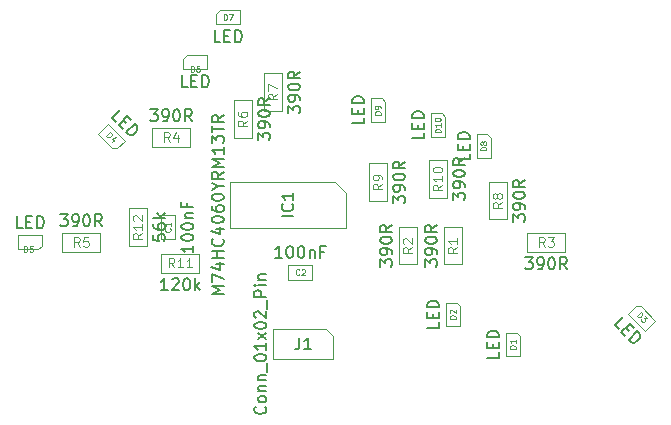
<source format=gbr>
%TF.GenerationSoftware,KiCad,Pcbnew,8.0.6+1*%
%TF.CreationDate,2024-12-11T00:22:32+00:00*%
%TF.ProjectId,Dino-Blinker,44696e6f-2d42-46c6-996e-6b65722e6b69,rev?*%
%TF.SameCoordinates,Original*%
%TF.FileFunction,AssemblyDrawing,Top*%
%FSLAX46Y46*%
G04 Gerber Fmt 4.6, Leading zero omitted, Abs format (unit mm)*
G04 Created by KiCad (PCBNEW 8.0.6+1) date 2024-12-11 00:22:32*
%MOMM*%
%LPD*%
G01*
G04 APERTURE LIST*
%ADD10C,0.150000*%
%ADD11C,0.120000*%
%ADD12C,0.080000*%
%ADD13C,0.100000*%
G04 APERTURE END LIST*
D10*
X127004819Y-103512857D02*
X127004819Y-103989047D01*
X127004819Y-103989047D02*
X127481009Y-104036666D01*
X127481009Y-104036666D02*
X127433390Y-103989047D01*
X127433390Y-103989047D02*
X127385771Y-103893809D01*
X127385771Y-103893809D02*
X127385771Y-103655714D01*
X127385771Y-103655714D02*
X127433390Y-103560476D01*
X127433390Y-103560476D02*
X127481009Y-103512857D01*
X127481009Y-103512857D02*
X127576247Y-103465238D01*
X127576247Y-103465238D02*
X127814342Y-103465238D01*
X127814342Y-103465238D02*
X127909580Y-103512857D01*
X127909580Y-103512857D02*
X127957200Y-103560476D01*
X127957200Y-103560476D02*
X128004819Y-103655714D01*
X128004819Y-103655714D02*
X128004819Y-103893809D01*
X128004819Y-103893809D02*
X127957200Y-103989047D01*
X127957200Y-103989047D02*
X127909580Y-104036666D01*
X127004819Y-102608095D02*
X127004819Y-102798571D01*
X127004819Y-102798571D02*
X127052438Y-102893809D01*
X127052438Y-102893809D02*
X127100057Y-102941428D01*
X127100057Y-102941428D02*
X127242914Y-103036666D01*
X127242914Y-103036666D02*
X127433390Y-103084285D01*
X127433390Y-103084285D02*
X127814342Y-103084285D01*
X127814342Y-103084285D02*
X127909580Y-103036666D01*
X127909580Y-103036666D02*
X127957200Y-102989047D01*
X127957200Y-102989047D02*
X128004819Y-102893809D01*
X128004819Y-102893809D02*
X128004819Y-102703333D01*
X128004819Y-102703333D02*
X127957200Y-102608095D01*
X127957200Y-102608095D02*
X127909580Y-102560476D01*
X127909580Y-102560476D02*
X127814342Y-102512857D01*
X127814342Y-102512857D02*
X127576247Y-102512857D01*
X127576247Y-102512857D02*
X127481009Y-102560476D01*
X127481009Y-102560476D02*
X127433390Y-102608095D01*
X127433390Y-102608095D02*
X127385771Y-102703333D01*
X127385771Y-102703333D02*
X127385771Y-102893809D01*
X127385771Y-102893809D02*
X127433390Y-102989047D01*
X127433390Y-102989047D02*
X127481009Y-103036666D01*
X127481009Y-103036666D02*
X127576247Y-103084285D01*
X128004819Y-102084285D02*
X127004819Y-102084285D01*
X127623866Y-101989047D02*
X128004819Y-101703333D01*
X127338152Y-101703333D02*
X127719104Y-102084285D01*
D11*
X126093855Y-103384285D02*
X125712902Y-103650952D01*
X126093855Y-103841428D02*
X125293855Y-103841428D01*
X125293855Y-103841428D02*
X125293855Y-103536666D01*
X125293855Y-103536666D02*
X125331950Y-103460476D01*
X125331950Y-103460476D02*
X125370045Y-103422381D01*
X125370045Y-103422381D02*
X125446236Y-103384285D01*
X125446236Y-103384285D02*
X125560521Y-103384285D01*
X125560521Y-103384285D02*
X125636712Y-103422381D01*
X125636712Y-103422381D02*
X125674807Y-103460476D01*
X125674807Y-103460476D02*
X125712902Y-103536666D01*
X125712902Y-103536666D02*
X125712902Y-103841428D01*
X126093855Y-102622381D02*
X126093855Y-103079524D01*
X126093855Y-102850952D02*
X125293855Y-102850952D01*
X125293855Y-102850952D02*
X125408140Y-102927143D01*
X125408140Y-102927143D02*
X125484331Y-103003333D01*
X125484331Y-103003333D02*
X125522426Y-103079524D01*
X125370045Y-102317619D02*
X125331950Y-102279523D01*
X125331950Y-102279523D02*
X125293855Y-102203333D01*
X125293855Y-102203333D02*
X125293855Y-102012857D01*
X125293855Y-102012857D02*
X125331950Y-101936666D01*
X125331950Y-101936666D02*
X125370045Y-101898571D01*
X125370045Y-101898571D02*
X125446236Y-101860476D01*
X125446236Y-101860476D02*
X125522426Y-101860476D01*
X125522426Y-101860476D02*
X125636712Y-101898571D01*
X125636712Y-101898571D02*
X126093855Y-102355714D01*
X126093855Y-102355714D02*
X126093855Y-101860476D01*
D10*
X126764286Y-92884819D02*
X127383333Y-92884819D01*
X127383333Y-92884819D02*
X127050000Y-93265771D01*
X127050000Y-93265771D02*
X127192857Y-93265771D01*
X127192857Y-93265771D02*
X127288095Y-93313390D01*
X127288095Y-93313390D02*
X127335714Y-93361009D01*
X127335714Y-93361009D02*
X127383333Y-93456247D01*
X127383333Y-93456247D02*
X127383333Y-93694342D01*
X127383333Y-93694342D02*
X127335714Y-93789580D01*
X127335714Y-93789580D02*
X127288095Y-93837200D01*
X127288095Y-93837200D02*
X127192857Y-93884819D01*
X127192857Y-93884819D02*
X126907143Y-93884819D01*
X126907143Y-93884819D02*
X126811905Y-93837200D01*
X126811905Y-93837200D02*
X126764286Y-93789580D01*
X127859524Y-93884819D02*
X128050000Y-93884819D01*
X128050000Y-93884819D02*
X128145238Y-93837200D01*
X128145238Y-93837200D02*
X128192857Y-93789580D01*
X128192857Y-93789580D02*
X128288095Y-93646723D01*
X128288095Y-93646723D02*
X128335714Y-93456247D01*
X128335714Y-93456247D02*
X128335714Y-93075295D01*
X128335714Y-93075295D02*
X128288095Y-92980057D01*
X128288095Y-92980057D02*
X128240476Y-92932438D01*
X128240476Y-92932438D02*
X128145238Y-92884819D01*
X128145238Y-92884819D02*
X127954762Y-92884819D01*
X127954762Y-92884819D02*
X127859524Y-92932438D01*
X127859524Y-92932438D02*
X127811905Y-92980057D01*
X127811905Y-92980057D02*
X127764286Y-93075295D01*
X127764286Y-93075295D02*
X127764286Y-93313390D01*
X127764286Y-93313390D02*
X127811905Y-93408628D01*
X127811905Y-93408628D02*
X127859524Y-93456247D01*
X127859524Y-93456247D02*
X127954762Y-93503866D01*
X127954762Y-93503866D02*
X128145238Y-93503866D01*
X128145238Y-93503866D02*
X128240476Y-93456247D01*
X128240476Y-93456247D02*
X128288095Y-93408628D01*
X128288095Y-93408628D02*
X128335714Y-93313390D01*
X128954762Y-92884819D02*
X129050000Y-92884819D01*
X129050000Y-92884819D02*
X129145238Y-92932438D01*
X129145238Y-92932438D02*
X129192857Y-92980057D01*
X129192857Y-92980057D02*
X129240476Y-93075295D01*
X129240476Y-93075295D02*
X129288095Y-93265771D01*
X129288095Y-93265771D02*
X129288095Y-93503866D01*
X129288095Y-93503866D02*
X129240476Y-93694342D01*
X129240476Y-93694342D02*
X129192857Y-93789580D01*
X129192857Y-93789580D02*
X129145238Y-93837200D01*
X129145238Y-93837200D02*
X129050000Y-93884819D01*
X129050000Y-93884819D02*
X128954762Y-93884819D01*
X128954762Y-93884819D02*
X128859524Y-93837200D01*
X128859524Y-93837200D02*
X128811905Y-93789580D01*
X128811905Y-93789580D02*
X128764286Y-93694342D01*
X128764286Y-93694342D02*
X128716667Y-93503866D01*
X128716667Y-93503866D02*
X128716667Y-93265771D01*
X128716667Y-93265771D02*
X128764286Y-93075295D01*
X128764286Y-93075295D02*
X128811905Y-92980057D01*
X128811905Y-92980057D02*
X128859524Y-92932438D01*
X128859524Y-92932438D02*
X128954762Y-92884819D01*
X130288095Y-93884819D02*
X129954762Y-93408628D01*
X129716667Y-93884819D02*
X129716667Y-92884819D01*
X129716667Y-92884819D02*
X130097619Y-92884819D01*
X130097619Y-92884819D02*
X130192857Y-92932438D01*
X130192857Y-92932438D02*
X130240476Y-92980057D01*
X130240476Y-92980057D02*
X130288095Y-93075295D01*
X130288095Y-93075295D02*
X130288095Y-93218152D01*
X130288095Y-93218152D02*
X130240476Y-93313390D01*
X130240476Y-93313390D02*
X130192857Y-93361009D01*
X130192857Y-93361009D02*
X130097619Y-93408628D01*
X130097619Y-93408628D02*
X129716667Y-93408628D01*
D11*
X128416667Y-95613855D02*
X128150000Y-95232902D01*
X127959524Y-95613855D02*
X127959524Y-94813855D01*
X127959524Y-94813855D02*
X128264286Y-94813855D01*
X128264286Y-94813855D02*
X128340476Y-94851950D01*
X128340476Y-94851950D02*
X128378571Y-94890045D01*
X128378571Y-94890045D02*
X128416667Y-94966236D01*
X128416667Y-94966236D02*
X128416667Y-95080521D01*
X128416667Y-95080521D02*
X128378571Y-95156712D01*
X128378571Y-95156712D02*
X128340476Y-95194807D01*
X128340476Y-95194807D02*
X128264286Y-95232902D01*
X128264286Y-95232902D02*
X127959524Y-95232902D01*
X129102381Y-95080521D02*
X129102381Y-95613855D01*
X128911905Y-94775760D02*
X128721428Y-95347188D01*
X128721428Y-95347188D02*
X129216667Y-95347188D01*
D10*
X138434819Y-93225713D02*
X138434819Y-92606666D01*
X138434819Y-92606666D02*
X138815771Y-92939999D01*
X138815771Y-92939999D02*
X138815771Y-92797142D01*
X138815771Y-92797142D02*
X138863390Y-92701904D01*
X138863390Y-92701904D02*
X138911009Y-92654285D01*
X138911009Y-92654285D02*
X139006247Y-92606666D01*
X139006247Y-92606666D02*
X139244342Y-92606666D01*
X139244342Y-92606666D02*
X139339580Y-92654285D01*
X139339580Y-92654285D02*
X139387200Y-92701904D01*
X139387200Y-92701904D02*
X139434819Y-92797142D01*
X139434819Y-92797142D02*
X139434819Y-93082856D01*
X139434819Y-93082856D02*
X139387200Y-93178094D01*
X139387200Y-93178094D02*
X139339580Y-93225713D01*
X139434819Y-92130475D02*
X139434819Y-91939999D01*
X139434819Y-91939999D02*
X139387200Y-91844761D01*
X139387200Y-91844761D02*
X139339580Y-91797142D01*
X139339580Y-91797142D02*
X139196723Y-91701904D01*
X139196723Y-91701904D02*
X139006247Y-91654285D01*
X139006247Y-91654285D02*
X138625295Y-91654285D01*
X138625295Y-91654285D02*
X138530057Y-91701904D01*
X138530057Y-91701904D02*
X138482438Y-91749523D01*
X138482438Y-91749523D02*
X138434819Y-91844761D01*
X138434819Y-91844761D02*
X138434819Y-92035237D01*
X138434819Y-92035237D02*
X138482438Y-92130475D01*
X138482438Y-92130475D02*
X138530057Y-92178094D01*
X138530057Y-92178094D02*
X138625295Y-92225713D01*
X138625295Y-92225713D02*
X138863390Y-92225713D01*
X138863390Y-92225713D02*
X138958628Y-92178094D01*
X138958628Y-92178094D02*
X139006247Y-92130475D01*
X139006247Y-92130475D02*
X139053866Y-92035237D01*
X139053866Y-92035237D02*
X139053866Y-91844761D01*
X139053866Y-91844761D02*
X139006247Y-91749523D01*
X139006247Y-91749523D02*
X138958628Y-91701904D01*
X138958628Y-91701904D02*
X138863390Y-91654285D01*
X138434819Y-91035237D02*
X138434819Y-90939999D01*
X138434819Y-90939999D02*
X138482438Y-90844761D01*
X138482438Y-90844761D02*
X138530057Y-90797142D01*
X138530057Y-90797142D02*
X138625295Y-90749523D01*
X138625295Y-90749523D02*
X138815771Y-90701904D01*
X138815771Y-90701904D02*
X139053866Y-90701904D01*
X139053866Y-90701904D02*
X139244342Y-90749523D01*
X139244342Y-90749523D02*
X139339580Y-90797142D01*
X139339580Y-90797142D02*
X139387200Y-90844761D01*
X139387200Y-90844761D02*
X139434819Y-90939999D01*
X139434819Y-90939999D02*
X139434819Y-91035237D01*
X139434819Y-91035237D02*
X139387200Y-91130475D01*
X139387200Y-91130475D02*
X139339580Y-91178094D01*
X139339580Y-91178094D02*
X139244342Y-91225713D01*
X139244342Y-91225713D02*
X139053866Y-91273332D01*
X139053866Y-91273332D02*
X138815771Y-91273332D01*
X138815771Y-91273332D02*
X138625295Y-91225713D01*
X138625295Y-91225713D02*
X138530057Y-91178094D01*
X138530057Y-91178094D02*
X138482438Y-91130475D01*
X138482438Y-91130475D02*
X138434819Y-91035237D01*
X139434819Y-89701904D02*
X138958628Y-90035237D01*
X139434819Y-90273332D02*
X138434819Y-90273332D01*
X138434819Y-90273332D02*
X138434819Y-89892380D01*
X138434819Y-89892380D02*
X138482438Y-89797142D01*
X138482438Y-89797142D02*
X138530057Y-89749523D01*
X138530057Y-89749523D02*
X138625295Y-89701904D01*
X138625295Y-89701904D02*
X138768152Y-89701904D01*
X138768152Y-89701904D02*
X138863390Y-89749523D01*
X138863390Y-89749523D02*
X138911009Y-89797142D01*
X138911009Y-89797142D02*
X138958628Y-89892380D01*
X138958628Y-89892380D02*
X138958628Y-90273332D01*
D11*
X137523855Y-91573332D02*
X137142902Y-91839999D01*
X137523855Y-92030475D02*
X136723855Y-92030475D01*
X136723855Y-92030475D02*
X136723855Y-91725713D01*
X136723855Y-91725713D02*
X136761950Y-91649523D01*
X136761950Y-91649523D02*
X136800045Y-91611428D01*
X136800045Y-91611428D02*
X136876236Y-91573332D01*
X136876236Y-91573332D02*
X136990521Y-91573332D01*
X136990521Y-91573332D02*
X137066712Y-91611428D01*
X137066712Y-91611428D02*
X137104807Y-91649523D01*
X137104807Y-91649523D02*
X137142902Y-91725713D01*
X137142902Y-91725713D02*
X137142902Y-92030475D01*
X136723855Y-91306666D02*
X136723855Y-90773332D01*
X136723855Y-90773332D02*
X137523855Y-91116190D01*
D10*
X130404819Y-104417619D02*
X130404819Y-104989047D01*
X130404819Y-104703333D02*
X129404819Y-104703333D01*
X129404819Y-104703333D02*
X129547676Y-104798571D01*
X129547676Y-104798571D02*
X129642914Y-104893809D01*
X129642914Y-104893809D02*
X129690533Y-104989047D01*
X129404819Y-103798571D02*
X129404819Y-103703333D01*
X129404819Y-103703333D02*
X129452438Y-103608095D01*
X129452438Y-103608095D02*
X129500057Y-103560476D01*
X129500057Y-103560476D02*
X129595295Y-103512857D01*
X129595295Y-103512857D02*
X129785771Y-103465238D01*
X129785771Y-103465238D02*
X130023866Y-103465238D01*
X130023866Y-103465238D02*
X130214342Y-103512857D01*
X130214342Y-103512857D02*
X130309580Y-103560476D01*
X130309580Y-103560476D02*
X130357200Y-103608095D01*
X130357200Y-103608095D02*
X130404819Y-103703333D01*
X130404819Y-103703333D02*
X130404819Y-103798571D01*
X130404819Y-103798571D02*
X130357200Y-103893809D01*
X130357200Y-103893809D02*
X130309580Y-103941428D01*
X130309580Y-103941428D02*
X130214342Y-103989047D01*
X130214342Y-103989047D02*
X130023866Y-104036666D01*
X130023866Y-104036666D02*
X129785771Y-104036666D01*
X129785771Y-104036666D02*
X129595295Y-103989047D01*
X129595295Y-103989047D02*
X129500057Y-103941428D01*
X129500057Y-103941428D02*
X129452438Y-103893809D01*
X129452438Y-103893809D02*
X129404819Y-103798571D01*
X129404819Y-102846190D02*
X129404819Y-102750952D01*
X129404819Y-102750952D02*
X129452438Y-102655714D01*
X129452438Y-102655714D02*
X129500057Y-102608095D01*
X129500057Y-102608095D02*
X129595295Y-102560476D01*
X129595295Y-102560476D02*
X129785771Y-102512857D01*
X129785771Y-102512857D02*
X130023866Y-102512857D01*
X130023866Y-102512857D02*
X130214342Y-102560476D01*
X130214342Y-102560476D02*
X130309580Y-102608095D01*
X130309580Y-102608095D02*
X130357200Y-102655714D01*
X130357200Y-102655714D02*
X130404819Y-102750952D01*
X130404819Y-102750952D02*
X130404819Y-102846190D01*
X130404819Y-102846190D02*
X130357200Y-102941428D01*
X130357200Y-102941428D02*
X130309580Y-102989047D01*
X130309580Y-102989047D02*
X130214342Y-103036666D01*
X130214342Y-103036666D02*
X130023866Y-103084285D01*
X130023866Y-103084285D02*
X129785771Y-103084285D01*
X129785771Y-103084285D02*
X129595295Y-103036666D01*
X129595295Y-103036666D02*
X129500057Y-102989047D01*
X129500057Y-102989047D02*
X129452438Y-102941428D01*
X129452438Y-102941428D02*
X129404819Y-102846190D01*
X129738152Y-102084285D02*
X130404819Y-102084285D01*
X129833390Y-102084285D02*
X129785771Y-102036666D01*
X129785771Y-102036666D02*
X129738152Y-101941428D01*
X129738152Y-101941428D02*
X129738152Y-101798571D01*
X129738152Y-101798571D02*
X129785771Y-101703333D01*
X129785771Y-101703333D02*
X129881009Y-101655714D01*
X129881009Y-101655714D02*
X130404819Y-101655714D01*
X129881009Y-100846190D02*
X129881009Y-101179523D01*
X130404819Y-101179523D02*
X129404819Y-101179523D01*
X129404819Y-101179523D02*
X129404819Y-100703333D01*
D12*
X128449530Y-102953333D02*
X128473340Y-102977142D01*
X128473340Y-102977142D02*
X128497149Y-103048571D01*
X128497149Y-103048571D02*
X128497149Y-103096190D01*
X128497149Y-103096190D02*
X128473340Y-103167618D01*
X128473340Y-103167618D02*
X128425720Y-103215237D01*
X128425720Y-103215237D02*
X128378101Y-103239047D01*
X128378101Y-103239047D02*
X128282863Y-103262856D01*
X128282863Y-103262856D02*
X128211435Y-103262856D01*
X128211435Y-103262856D02*
X128116197Y-103239047D01*
X128116197Y-103239047D02*
X128068578Y-103215237D01*
X128068578Y-103215237D02*
X128020959Y-103167618D01*
X128020959Y-103167618D02*
X127997149Y-103096190D01*
X127997149Y-103096190D02*
X127997149Y-103048571D01*
X127997149Y-103048571D02*
X128020959Y-102977142D01*
X128020959Y-102977142D02*
X128044768Y-102953333D01*
X128497149Y-102477142D02*
X128497149Y-102762856D01*
X128497149Y-102619999D02*
X127997149Y-102619999D01*
X127997149Y-102619999D02*
X128068578Y-102667618D01*
X128068578Y-102667618D02*
X128116197Y-102715237D01*
X128116197Y-102715237D02*
X128140006Y-102762856D01*
D10*
X123860551Y-93950310D02*
X123523834Y-93613593D01*
X123523834Y-93613593D02*
X124230940Y-92906486D01*
X124466643Y-93815624D02*
X124702345Y-94051326D01*
X124432971Y-94522730D02*
X124096254Y-94186013D01*
X124096254Y-94186013D02*
X124803360Y-93478906D01*
X124803360Y-93478906D02*
X125140078Y-93815624D01*
X124736017Y-94825776D02*
X125443124Y-94118669D01*
X125443124Y-94118669D02*
X125611482Y-94287028D01*
X125611482Y-94287028D02*
X125678826Y-94421715D01*
X125678826Y-94421715D02*
X125678826Y-94556402D01*
X125678826Y-94556402D02*
X125645154Y-94657417D01*
X125645154Y-94657417D02*
X125544139Y-94825776D01*
X125544139Y-94825776D02*
X125443124Y-94926791D01*
X125443124Y-94926791D02*
X125274765Y-95027807D01*
X125274765Y-95027807D02*
X125173750Y-95061478D01*
X125173750Y-95061478D02*
X125039063Y-95061478D01*
X125039063Y-95061478D02*
X124904376Y-94994135D01*
X124904376Y-94994135D02*
X124736017Y-94825776D01*
D12*
X123048425Y-95149663D02*
X123401978Y-94796109D01*
X123401978Y-94796109D02*
X123486157Y-94880289D01*
X123486157Y-94880289D02*
X123519829Y-94947632D01*
X123519829Y-94947632D02*
X123519829Y-95014976D01*
X123519829Y-95014976D02*
X123502993Y-95065483D01*
X123502993Y-95065483D02*
X123452486Y-95149663D01*
X123452486Y-95149663D02*
X123401978Y-95200170D01*
X123401978Y-95200170D02*
X123317799Y-95250678D01*
X123317799Y-95250678D02*
X123267291Y-95267514D01*
X123267291Y-95267514D02*
X123199948Y-95267514D01*
X123199948Y-95267514D02*
X123132604Y-95233842D01*
X123132604Y-95233842D02*
X123048425Y-95149663D01*
X123789203Y-95419037D02*
X123553501Y-95654739D01*
X123839711Y-95200170D02*
X123502993Y-95368529D01*
X123502993Y-95368529D02*
X123721860Y-95587395D01*
D10*
X144854819Y-93597857D02*
X144854819Y-94074047D01*
X144854819Y-94074047D02*
X143854819Y-94074047D01*
X144331009Y-93264523D02*
X144331009Y-92931190D01*
X144854819Y-92788333D02*
X144854819Y-93264523D01*
X144854819Y-93264523D02*
X143854819Y-93264523D01*
X143854819Y-93264523D02*
X143854819Y-92788333D01*
X144854819Y-92359761D02*
X143854819Y-92359761D01*
X143854819Y-92359761D02*
X143854819Y-92121666D01*
X143854819Y-92121666D02*
X143902438Y-91978809D01*
X143902438Y-91978809D02*
X143997676Y-91883571D01*
X143997676Y-91883571D02*
X144092914Y-91835952D01*
X144092914Y-91835952D02*
X144283390Y-91788333D01*
X144283390Y-91788333D02*
X144426247Y-91788333D01*
X144426247Y-91788333D02*
X144616723Y-91835952D01*
X144616723Y-91835952D02*
X144711961Y-91883571D01*
X144711961Y-91883571D02*
X144807200Y-91978809D01*
X144807200Y-91978809D02*
X144854819Y-92121666D01*
X144854819Y-92121666D02*
X144854819Y-92359761D01*
D12*
X146277149Y-93324047D02*
X145777149Y-93324047D01*
X145777149Y-93324047D02*
X145777149Y-93204999D01*
X145777149Y-93204999D02*
X145800959Y-93133571D01*
X145800959Y-93133571D02*
X145848578Y-93085952D01*
X145848578Y-93085952D02*
X145896197Y-93062142D01*
X145896197Y-93062142D02*
X145991435Y-93038333D01*
X145991435Y-93038333D02*
X146062863Y-93038333D01*
X146062863Y-93038333D02*
X146158101Y-93062142D01*
X146158101Y-93062142D02*
X146205720Y-93085952D01*
X146205720Y-93085952D02*
X146253340Y-93133571D01*
X146253340Y-93133571D02*
X146277149Y-93204999D01*
X146277149Y-93204999D02*
X146277149Y-93324047D01*
X146277149Y-92800237D02*
X146277149Y-92704999D01*
X146277149Y-92704999D02*
X146253340Y-92657380D01*
X146253340Y-92657380D02*
X146229530Y-92633571D01*
X146229530Y-92633571D02*
X146158101Y-92585952D01*
X146158101Y-92585952D02*
X146062863Y-92562142D01*
X146062863Y-92562142D02*
X145872387Y-92562142D01*
X145872387Y-92562142D02*
X145824768Y-92585952D01*
X145824768Y-92585952D02*
X145800959Y-92609761D01*
X145800959Y-92609761D02*
X145777149Y-92657380D01*
X145777149Y-92657380D02*
X145777149Y-92752618D01*
X145777149Y-92752618D02*
X145800959Y-92800237D01*
X145800959Y-92800237D02*
X145824768Y-92824047D01*
X145824768Y-92824047D02*
X145872387Y-92847856D01*
X145872387Y-92847856D02*
X145991435Y-92847856D01*
X145991435Y-92847856D02*
X146039054Y-92824047D01*
X146039054Y-92824047D02*
X146062863Y-92800237D01*
X146062863Y-92800237D02*
X146086673Y-92752618D01*
X146086673Y-92752618D02*
X146086673Y-92657380D01*
X146086673Y-92657380D02*
X146062863Y-92609761D01*
X146062863Y-92609761D02*
X146039054Y-92585952D01*
X146039054Y-92585952D02*
X145991435Y-92562142D01*
D10*
X136489580Y-118059524D02*
X136537200Y-118107143D01*
X136537200Y-118107143D02*
X136584819Y-118250000D01*
X136584819Y-118250000D02*
X136584819Y-118345238D01*
X136584819Y-118345238D02*
X136537200Y-118488095D01*
X136537200Y-118488095D02*
X136441961Y-118583333D01*
X136441961Y-118583333D02*
X136346723Y-118630952D01*
X136346723Y-118630952D02*
X136156247Y-118678571D01*
X136156247Y-118678571D02*
X136013390Y-118678571D01*
X136013390Y-118678571D02*
X135822914Y-118630952D01*
X135822914Y-118630952D02*
X135727676Y-118583333D01*
X135727676Y-118583333D02*
X135632438Y-118488095D01*
X135632438Y-118488095D02*
X135584819Y-118345238D01*
X135584819Y-118345238D02*
X135584819Y-118250000D01*
X135584819Y-118250000D02*
X135632438Y-118107143D01*
X135632438Y-118107143D02*
X135680057Y-118059524D01*
X136584819Y-117488095D02*
X136537200Y-117583333D01*
X136537200Y-117583333D02*
X136489580Y-117630952D01*
X136489580Y-117630952D02*
X136394342Y-117678571D01*
X136394342Y-117678571D02*
X136108628Y-117678571D01*
X136108628Y-117678571D02*
X136013390Y-117630952D01*
X136013390Y-117630952D02*
X135965771Y-117583333D01*
X135965771Y-117583333D02*
X135918152Y-117488095D01*
X135918152Y-117488095D02*
X135918152Y-117345238D01*
X135918152Y-117345238D02*
X135965771Y-117250000D01*
X135965771Y-117250000D02*
X136013390Y-117202381D01*
X136013390Y-117202381D02*
X136108628Y-117154762D01*
X136108628Y-117154762D02*
X136394342Y-117154762D01*
X136394342Y-117154762D02*
X136489580Y-117202381D01*
X136489580Y-117202381D02*
X136537200Y-117250000D01*
X136537200Y-117250000D02*
X136584819Y-117345238D01*
X136584819Y-117345238D02*
X136584819Y-117488095D01*
X135918152Y-116726190D02*
X136584819Y-116726190D01*
X136013390Y-116726190D02*
X135965771Y-116678571D01*
X135965771Y-116678571D02*
X135918152Y-116583333D01*
X135918152Y-116583333D02*
X135918152Y-116440476D01*
X135918152Y-116440476D02*
X135965771Y-116345238D01*
X135965771Y-116345238D02*
X136061009Y-116297619D01*
X136061009Y-116297619D02*
X136584819Y-116297619D01*
X135918152Y-115821428D02*
X136584819Y-115821428D01*
X136013390Y-115821428D02*
X135965771Y-115773809D01*
X135965771Y-115773809D02*
X135918152Y-115678571D01*
X135918152Y-115678571D02*
X135918152Y-115535714D01*
X135918152Y-115535714D02*
X135965771Y-115440476D01*
X135965771Y-115440476D02*
X136061009Y-115392857D01*
X136061009Y-115392857D02*
X136584819Y-115392857D01*
X136680057Y-115154762D02*
X136680057Y-114392857D01*
X135584819Y-113964285D02*
X135584819Y-113869047D01*
X135584819Y-113869047D02*
X135632438Y-113773809D01*
X135632438Y-113773809D02*
X135680057Y-113726190D01*
X135680057Y-113726190D02*
X135775295Y-113678571D01*
X135775295Y-113678571D02*
X135965771Y-113630952D01*
X135965771Y-113630952D02*
X136203866Y-113630952D01*
X136203866Y-113630952D02*
X136394342Y-113678571D01*
X136394342Y-113678571D02*
X136489580Y-113726190D01*
X136489580Y-113726190D02*
X136537200Y-113773809D01*
X136537200Y-113773809D02*
X136584819Y-113869047D01*
X136584819Y-113869047D02*
X136584819Y-113964285D01*
X136584819Y-113964285D02*
X136537200Y-114059523D01*
X136537200Y-114059523D02*
X136489580Y-114107142D01*
X136489580Y-114107142D02*
X136394342Y-114154761D01*
X136394342Y-114154761D02*
X136203866Y-114202380D01*
X136203866Y-114202380D02*
X135965771Y-114202380D01*
X135965771Y-114202380D02*
X135775295Y-114154761D01*
X135775295Y-114154761D02*
X135680057Y-114107142D01*
X135680057Y-114107142D02*
X135632438Y-114059523D01*
X135632438Y-114059523D02*
X135584819Y-113964285D01*
X136584819Y-112678571D02*
X136584819Y-113249999D01*
X136584819Y-112964285D02*
X135584819Y-112964285D01*
X135584819Y-112964285D02*
X135727676Y-113059523D01*
X135727676Y-113059523D02*
X135822914Y-113154761D01*
X135822914Y-113154761D02*
X135870533Y-113249999D01*
X136584819Y-112345237D02*
X135918152Y-111821428D01*
X135918152Y-112345237D02*
X136584819Y-111821428D01*
X135584819Y-111249999D02*
X135584819Y-111154761D01*
X135584819Y-111154761D02*
X135632438Y-111059523D01*
X135632438Y-111059523D02*
X135680057Y-111011904D01*
X135680057Y-111011904D02*
X135775295Y-110964285D01*
X135775295Y-110964285D02*
X135965771Y-110916666D01*
X135965771Y-110916666D02*
X136203866Y-110916666D01*
X136203866Y-110916666D02*
X136394342Y-110964285D01*
X136394342Y-110964285D02*
X136489580Y-111011904D01*
X136489580Y-111011904D02*
X136537200Y-111059523D01*
X136537200Y-111059523D02*
X136584819Y-111154761D01*
X136584819Y-111154761D02*
X136584819Y-111249999D01*
X136584819Y-111249999D02*
X136537200Y-111345237D01*
X136537200Y-111345237D02*
X136489580Y-111392856D01*
X136489580Y-111392856D02*
X136394342Y-111440475D01*
X136394342Y-111440475D02*
X136203866Y-111488094D01*
X136203866Y-111488094D02*
X135965771Y-111488094D01*
X135965771Y-111488094D02*
X135775295Y-111440475D01*
X135775295Y-111440475D02*
X135680057Y-111392856D01*
X135680057Y-111392856D02*
X135632438Y-111345237D01*
X135632438Y-111345237D02*
X135584819Y-111249999D01*
X135680057Y-110535713D02*
X135632438Y-110488094D01*
X135632438Y-110488094D02*
X135584819Y-110392856D01*
X135584819Y-110392856D02*
X135584819Y-110154761D01*
X135584819Y-110154761D02*
X135632438Y-110059523D01*
X135632438Y-110059523D02*
X135680057Y-110011904D01*
X135680057Y-110011904D02*
X135775295Y-109964285D01*
X135775295Y-109964285D02*
X135870533Y-109964285D01*
X135870533Y-109964285D02*
X136013390Y-110011904D01*
X136013390Y-110011904D02*
X136584819Y-110583332D01*
X136584819Y-110583332D02*
X136584819Y-109964285D01*
X136680057Y-109773809D02*
X136680057Y-109011904D01*
X136584819Y-108773808D02*
X135584819Y-108773808D01*
X135584819Y-108773808D02*
X135584819Y-108392856D01*
X135584819Y-108392856D02*
X135632438Y-108297618D01*
X135632438Y-108297618D02*
X135680057Y-108249999D01*
X135680057Y-108249999D02*
X135775295Y-108202380D01*
X135775295Y-108202380D02*
X135918152Y-108202380D01*
X135918152Y-108202380D02*
X136013390Y-108249999D01*
X136013390Y-108249999D02*
X136061009Y-108297618D01*
X136061009Y-108297618D02*
X136108628Y-108392856D01*
X136108628Y-108392856D02*
X136108628Y-108773808D01*
X136584819Y-107773808D02*
X135918152Y-107773808D01*
X135584819Y-107773808D02*
X135632438Y-107821427D01*
X135632438Y-107821427D02*
X135680057Y-107773808D01*
X135680057Y-107773808D02*
X135632438Y-107726189D01*
X135632438Y-107726189D02*
X135584819Y-107773808D01*
X135584819Y-107773808D02*
X135680057Y-107773808D01*
X135918152Y-107297618D02*
X136584819Y-107297618D01*
X136013390Y-107297618D02*
X135965771Y-107249999D01*
X135965771Y-107249999D02*
X135918152Y-107154761D01*
X135918152Y-107154761D02*
X135918152Y-107011904D01*
X135918152Y-107011904D02*
X135965771Y-106916666D01*
X135965771Y-106916666D02*
X136061009Y-106869047D01*
X136061009Y-106869047D02*
X136584819Y-106869047D01*
X139396666Y-112204819D02*
X139396666Y-112919104D01*
X139396666Y-112919104D02*
X139349047Y-113061961D01*
X139349047Y-113061961D02*
X139253809Y-113157200D01*
X139253809Y-113157200D02*
X139110952Y-113204819D01*
X139110952Y-113204819D02*
X139015714Y-113204819D01*
X140396666Y-113204819D02*
X139825238Y-113204819D01*
X140110952Y-113204819D02*
X140110952Y-112204819D01*
X140110952Y-112204819D02*
X140015714Y-112347676D01*
X140015714Y-112347676D02*
X139920476Y-112442914D01*
X139920476Y-112442914D02*
X139825238Y-112490533D01*
X132707142Y-87194819D02*
X132230952Y-87194819D01*
X132230952Y-87194819D02*
X132230952Y-86194819D01*
X133040476Y-86671009D02*
X133373809Y-86671009D01*
X133516666Y-87194819D02*
X133040476Y-87194819D01*
X133040476Y-87194819D02*
X133040476Y-86194819D01*
X133040476Y-86194819D02*
X133516666Y-86194819D01*
X133945238Y-87194819D02*
X133945238Y-86194819D01*
X133945238Y-86194819D02*
X134183333Y-86194819D01*
X134183333Y-86194819D02*
X134326190Y-86242438D01*
X134326190Y-86242438D02*
X134421428Y-86337676D01*
X134421428Y-86337676D02*
X134469047Y-86432914D01*
X134469047Y-86432914D02*
X134516666Y-86623390D01*
X134516666Y-86623390D02*
X134516666Y-86766247D01*
X134516666Y-86766247D02*
X134469047Y-86956723D01*
X134469047Y-86956723D02*
X134421428Y-87051961D01*
X134421428Y-87051961D02*
X134326190Y-87147200D01*
X134326190Y-87147200D02*
X134183333Y-87194819D01*
X134183333Y-87194819D02*
X133945238Y-87194819D01*
D12*
X132980952Y-85317149D02*
X132980952Y-84817149D01*
X132980952Y-84817149D02*
X133100000Y-84817149D01*
X133100000Y-84817149D02*
X133171428Y-84840959D01*
X133171428Y-84840959D02*
X133219047Y-84888578D01*
X133219047Y-84888578D02*
X133242857Y-84936197D01*
X133242857Y-84936197D02*
X133266666Y-85031435D01*
X133266666Y-85031435D02*
X133266666Y-85102863D01*
X133266666Y-85102863D02*
X133242857Y-85198101D01*
X133242857Y-85198101D02*
X133219047Y-85245720D01*
X133219047Y-85245720D02*
X133171428Y-85293340D01*
X133171428Y-85293340D02*
X133100000Y-85317149D01*
X133100000Y-85317149D02*
X132980952Y-85317149D01*
X133433333Y-84817149D02*
X133766666Y-84817149D01*
X133766666Y-84817149D02*
X133552381Y-85317149D01*
D10*
X135894819Y-95485713D02*
X135894819Y-94866666D01*
X135894819Y-94866666D02*
X136275771Y-95199999D01*
X136275771Y-95199999D02*
X136275771Y-95057142D01*
X136275771Y-95057142D02*
X136323390Y-94961904D01*
X136323390Y-94961904D02*
X136371009Y-94914285D01*
X136371009Y-94914285D02*
X136466247Y-94866666D01*
X136466247Y-94866666D02*
X136704342Y-94866666D01*
X136704342Y-94866666D02*
X136799580Y-94914285D01*
X136799580Y-94914285D02*
X136847200Y-94961904D01*
X136847200Y-94961904D02*
X136894819Y-95057142D01*
X136894819Y-95057142D02*
X136894819Y-95342856D01*
X136894819Y-95342856D02*
X136847200Y-95438094D01*
X136847200Y-95438094D02*
X136799580Y-95485713D01*
X136894819Y-94390475D02*
X136894819Y-94199999D01*
X136894819Y-94199999D02*
X136847200Y-94104761D01*
X136847200Y-94104761D02*
X136799580Y-94057142D01*
X136799580Y-94057142D02*
X136656723Y-93961904D01*
X136656723Y-93961904D02*
X136466247Y-93914285D01*
X136466247Y-93914285D02*
X136085295Y-93914285D01*
X136085295Y-93914285D02*
X135990057Y-93961904D01*
X135990057Y-93961904D02*
X135942438Y-94009523D01*
X135942438Y-94009523D02*
X135894819Y-94104761D01*
X135894819Y-94104761D02*
X135894819Y-94295237D01*
X135894819Y-94295237D02*
X135942438Y-94390475D01*
X135942438Y-94390475D02*
X135990057Y-94438094D01*
X135990057Y-94438094D02*
X136085295Y-94485713D01*
X136085295Y-94485713D02*
X136323390Y-94485713D01*
X136323390Y-94485713D02*
X136418628Y-94438094D01*
X136418628Y-94438094D02*
X136466247Y-94390475D01*
X136466247Y-94390475D02*
X136513866Y-94295237D01*
X136513866Y-94295237D02*
X136513866Y-94104761D01*
X136513866Y-94104761D02*
X136466247Y-94009523D01*
X136466247Y-94009523D02*
X136418628Y-93961904D01*
X136418628Y-93961904D02*
X136323390Y-93914285D01*
X135894819Y-93295237D02*
X135894819Y-93199999D01*
X135894819Y-93199999D02*
X135942438Y-93104761D01*
X135942438Y-93104761D02*
X135990057Y-93057142D01*
X135990057Y-93057142D02*
X136085295Y-93009523D01*
X136085295Y-93009523D02*
X136275771Y-92961904D01*
X136275771Y-92961904D02*
X136513866Y-92961904D01*
X136513866Y-92961904D02*
X136704342Y-93009523D01*
X136704342Y-93009523D02*
X136799580Y-93057142D01*
X136799580Y-93057142D02*
X136847200Y-93104761D01*
X136847200Y-93104761D02*
X136894819Y-93199999D01*
X136894819Y-93199999D02*
X136894819Y-93295237D01*
X136894819Y-93295237D02*
X136847200Y-93390475D01*
X136847200Y-93390475D02*
X136799580Y-93438094D01*
X136799580Y-93438094D02*
X136704342Y-93485713D01*
X136704342Y-93485713D02*
X136513866Y-93533332D01*
X136513866Y-93533332D02*
X136275771Y-93533332D01*
X136275771Y-93533332D02*
X136085295Y-93485713D01*
X136085295Y-93485713D02*
X135990057Y-93438094D01*
X135990057Y-93438094D02*
X135942438Y-93390475D01*
X135942438Y-93390475D02*
X135894819Y-93295237D01*
X136894819Y-91961904D02*
X136418628Y-92295237D01*
X136894819Y-92533332D02*
X135894819Y-92533332D01*
X135894819Y-92533332D02*
X135894819Y-92152380D01*
X135894819Y-92152380D02*
X135942438Y-92057142D01*
X135942438Y-92057142D02*
X135990057Y-92009523D01*
X135990057Y-92009523D02*
X136085295Y-91961904D01*
X136085295Y-91961904D02*
X136228152Y-91961904D01*
X136228152Y-91961904D02*
X136323390Y-92009523D01*
X136323390Y-92009523D02*
X136371009Y-92057142D01*
X136371009Y-92057142D02*
X136418628Y-92152380D01*
X136418628Y-92152380D02*
X136418628Y-92533332D01*
D11*
X134983855Y-93833332D02*
X134602902Y-94099999D01*
X134983855Y-94290475D02*
X134183855Y-94290475D01*
X134183855Y-94290475D02*
X134183855Y-93985713D01*
X134183855Y-93985713D02*
X134221950Y-93909523D01*
X134221950Y-93909523D02*
X134260045Y-93871428D01*
X134260045Y-93871428D02*
X134336236Y-93833332D01*
X134336236Y-93833332D02*
X134450521Y-93833332D01*
X134450521Y-93833332D02*
X134526712Y-93871428D01*
X134526712Y-93871428D02*
X134564807Y-93909523D01*
X134564807Y-93909523D02*
X134602902Y-93985713D01*
X134602902Y-93985713D02*
X134602902Y-94290475D01*
X134183855Y-93147618D02*
X134183855Y-93299999D01*
X134183855Y-93299999D02*
X134221950Y-93376190D01*
X134221950Y-93376190D02*
X134260045Y-93414285D01*
X134260045Y-93414285D02*
X134374331Y-93490475D01*
X134374331Y-93490475D02*
X134526712Y-93528571D01*
X134526712Y-93528571D02*
X134831474Y-93528571D01*
X134831474Y-93528571D02*
X134907664Y-93490475D01*
X134907664Y-93490475D02*
X134945760Y-93452380D01*
X134945760Y-93452380D02*
X134983855Y-93376190D01*
X134983855Y-93376190D02*
X134983855Y-93223809D01*
X134983855Y-93223809D02*
X134945760Y-93147618D01*
X134945760Y-93147618D02*
X134907664Y-93109523D01*
X134907664Y-93109523D02*
X134831474Y-93071428D01*
X134831474Y-93071428D02*
X134640998Y-93071428D01*
X134640998Y-93071428D02*
X134564807Y-93109523D01*
X134564807Y-93109523D02*
X134526712Y-93147618D01*
X134526712Y-93147618D02*
X134488617Y-93223809D01*
X134488617Y-93223809D02*
X134488617Y-93376190D01*
X134488617Y-93376190D02*
X134526712Y-93452380D01*
X134526712Y-93452380D02*
X134564807Y-93490475D01*
X134564807Y-93490475D02*
X134640998Y-93528571D01*
D10*
X149934819Y-94867857D02*
X149934819Y-95344047D01*
X149934819Y-95344047D02*
X148934819Y-95344047D01*
X149411009Y-94534523D02*
X149411009Y-94201190D01*
X149934819Y-94058333D02*
X149934819Y-94534523D01*
X149934819Y-94534523D02*
X148934819Y-94534523D01*
X148934819Y-94534523D02*
X148934819Y-94058333D01*
X149934819Y-93629761D02*
X148934819Y-93629761D01*
X148934819Y-93629761D02*
X148934819Y-93391666D01*
X148934819Y-93391666D02*
X148982438Y-93248809D01*
X148982438Y-93248809D02*
X149077676Y-93153571D01*
X149077676Y-93153571D02*
X149172914Y-93105952D01*
X149172914Y-93105952D02*
X149363390Y-93058333D01*
X149363390Y-93058333D02*
X149506247Y-93058333D01*
X149506247Y-93058333D02*
X149696723Y-93105952D01*
X149696723Y-93105952D02*
X149791961Y-93153571D01*
X149791961Y-93153571D02*
X149887200Y-93248809D01*
X149887200Y-93248809D02*
X149934819Y-93391666D01*
X149934819Y-93391666D02*
X149934819Y-93629761D01*
D12*
X151357149Y-94832142D02*
X150857149Y-94832142D01*
X150857149Y-94832142D02*
X150857149Y-94713094D01*
X150857149Y-94713094D02*
X150880959Y-94641666D01*
X150880959Y-94641666D02*
X150928578Y-94594047D01*
X150928578Y-94594047D02*
X150976197Y-94570237D01*
X150976197Y-94570237D02*
X151071435Y-94546428D01*
X151071435Y-94546428D02*
X151142863Y-94546428D01*
X151142863Y-94546428D02*
X151238101Y-94570237D01*
X151238101Y-94570237D02*
X151285720Y-94594047D01*
X151285720Y-94594047D02*
X151333340Y-94641666D01*
X151333340Y-94641666D02*
X151357149Y-94713094D01*
X151357149Y-94713094D02*
X151357149Y-94832142D01*
X151357149Y-94070237D02*
X151357149Y-94355951D01*
X151357149Y-94213094D02*
X150857149Y-94213094D01*
X150857149Y-94213094D02*
X150928578Y-94260713D01*
X150928578Y-94260713D02*
X150976197Y-94308332D01*
X150976197Y-94308332D02*
X151000006Y-94355951D01*
X150857149Y-93760714D02*
X150857149Y-93713095D01*
X150857149Y-93713095D02*
X150880959Y-93665476D01*
X150880959Y-93665476D02*
X150904768Y-93641666D01*
X150904768Y-93641666D02*
X150952387Y-93617857D01*
X150952387Y-93617857D02*
X151047625Y-93594047D01*
X151047625Y-93594047D02*
X151166673Y-93594047D01*
X151166673Y-93594047D02*
X151261911Y-93617857D01*
X151261911Y-93617857D02*
X151309530Y-93641666D01*
X151309530Y-93641666D02*
X151333340Y-93665476D01*
X151333340Y-93665476D02*
X151357149Y-93713095D01*
X151357149Y-93713095D02*
X151357149Y-93760714D01*
X151357149Y-93760714D02*
X151333340Y-93808333D01*
X151333340Y-93808333D02*
X151309530Y-93832142D01*
X151309530Y-93832142D02*
X151261911Y-93855952D01*
X151261911Y-93855952D02*
X151166673Y-93879761D01*
X151166673Y-93879761D02*
X151047625Y-93879761D01*
X151047625Y-93879761D02*
X150952387Y-93855952D01*
X150952387Y-93855952D02*
X150904768Y-93832142D01*
X150904768Y-93832142D02*
X150880959Y-93808333D01*
X150880959Y-93808333D02*
X150857149Y-93760714D01*
D10*
X150034819Y-106205713D02*
X150034819Y-105586666D01*
X150034819Y-105586666D02*
X150415771Y-105919999D01*
X150415771Y-105919999D02*
X150415771Y-105777142D01*
X150415771Y-105777142D02*
X150463390Y-105681904D01*
X150463390Y-105681904D02*
X150511009Y-105634285D01*
X150511009Y-105634285D02*
X150606247Y-105586666D01*
X150606247Y-105586666D02*
X150844342Y-105586666D01*
X150844342Y-105586666D02*
X150939580Y-105634285D01*
X150939580Y-105634285D02*
X150987200Y-105681904D01*
X150987200Y-105681904D02*
X151034819Y-105777142D01*
X151034819Y-105777142D02*
X151034819Y-106062856D01*
X151034819Y-106062856D02*
X150987200Y-106158094D01*
X150987200Y-106158094D02*
X150939580Y-106205713D01*
X151034819Y-105110475D02*
X151034819Y-104919999D01*
X151034819Y-104919999D02*
X150987200Y-104824761D01*
X150987200Y-104824761D02*
X150939580Y-104777142D01*
X150939580Y-104777142D02*
X150796723Y-104681904D01*
X150796723Y-104681904D02*
X150606247Y-104634285D01*
X150606247Y-104634285D02*
X150225295Y-104634285D01*
X150225295Y-104634285D02*
X150130057Y-104681904D01*
X150130057Y-104681904D02*
X150082438Y-104729523D01*
X150082438Y-104729523D02*
X150034819Y-104824761D01*
X150034819Y-104824761D02*
X150034819Y-105015237D01*
X150034819Y-105015237D02*
X150082438Y-105110475D01*
X150082438Y-105110475D02*
X150130057Y-105158094D01*
X150130057Y-105158094D02*
X150225295Y-105205713D01*
X150225295Y-105205713D02*
X150463390Y-105205713D01*
X150463390Y-105205713D02*
X150558628Y-105158094D01*
X150558628Y-105158094D02*
X150606247Y-105110475D01*
X150606247Y-105110475D02*
X150653866Y-105015237D01*
X150653866Y-105015237D02*
X150653866Y-104824761D01*
X150653866Y-104824761D02*
X150606247Y-104729523D01*
X150606247Y-104729523D02*
X150558628Y-104681904D01*
X150558628Y-104681904D02*
X150463390Y-104634285D01*
X150034819Y-104015237D02*
X150034819Y-103919999D01*
X150034819Y-103919999D02*
X150082438Y-103824761D01*
X150082438Y-103824761D02*
X150130057Y-103777142D01*
X150130057Y-103777142D02*
X150225295Y-103729523D01*
X150225295Y-103729523D02*
X150415771Y-103681904D01*
X150415771Y-103681904D02*
X150653866Y-103681904D01*
X150653866Y-103681904D02*
X150844342Y-103729523D01*
X150844342Y-103729523D02*
X150939580Y-103777142D01*
X150939580Y-103777142D02*
X150987200Y-103824761D01*
X150987200Y-103824761D02*
X151034819Y-103919999D01*
X151034819Y-103919999D02*
X151034819Y-104015237D01*
X151034819Y-104015237D02*
X150987200Y-104110475D01*
X150987200Y-104110475D02*
X150939580Y-104158094D01*
X150939580Y-104158094D02*
X150844342Y-104205713D01*
X150844342Y-104205713D02*
X150653866Y-104253332D01*
X150653866Y-104253332D02*
X150415771Y-104253332D01*
X150415771Y-104253332D02*
X150225295Y-104205713D01*
X150225295Y-104205713D02*
X150130057Y-104158094D01*
X150130057Y-104158094D02*
X150082438Y-104110475D01*
X150082438Y-104110475D02*
X150034819Y-104015237D01*
X151034819Y-102681904D02*
X150558628Y-103015237D01*
X151034819Y-103253332D02*
X150034819Y-103253332D01*
X150034819Y-103253332D02*
X150034819Y-102872380D01*
X150034819Y-102872380D02*
X150082438Y-102777142D01*
X150082438Y-102777142D02*
X150130057Y-102729523D01*
X150130057Y-102729523D02*
X150225295Y-102681904D01*
X150225295Y-102681904D02*
X150368152Y-102681904D01*
X150368152Y-102681904D02*
X150463390Y-102729523D01*
X150463390Y-102729523D02*
X150511009Y-102777142D01*
X150511009Y-102777142D02*
X150558628Y-102872380D01*
X150558628Y-102872380D02*
X150558628Y-103253332D01*
D11*
X152763855Y-104553332D02*
X152382902Y-104819999D01*
X152763855Y-105010475D02*
X151963855Y-105010475D01*
X151963855Y-105010475D02*
X151963855Y-104705713D01*
X151963855Y-104705713D02*
X152001950Y-104629523D01*
X152001950Y-104629523D02*
X152040045Y-104591428D01*
X152040045Y-104591428D02*
X152116236Y-104553332D01*
X152116236Y-104553332D02*
X152230521Y-104553332D01*
X152230521Y-104553332D02*
X152306712Y-104591428D01*
X152306712Y-104591428D02*
X152344807Y-104629523D01*
X152344807Y-104629523D02*
X152382902Y-104705713D01*
X152382902Y-104705713D02*
X152382902Y-105010475D01*
X152763855Y-103791428D02*
X152763855Y-104248571D01*
X152763855Y-104019999D02*
X151963855Y-104019999D01*
X151963855Y-104019999D02*
X152078140Y-104096190D01*
X152078140Y-104096190D02*
X152154331Y-104172380D01*
X152154331Y-104172380D02*
X152192426Y-104248571D01*
D10*
X147324819Y-100845713D02*
X147324819Y-100226666D01*
X147324819Y-100226666D02*
X147705771Y-100559999D01*
X147705771Y-100559999D02*
X147705771Y-100417142D01*
X147705771Y-100417142D02*
X147753390Y-100321904D01*
X147753390Y-100321904D02*
X147801009Y-100274285D01*
X147801009Y-100274285D02*
X147896247Y-100226666D01*
X147896247Y-100226666D02*
X148134342Y-100226666D01*
X148134342Y-100226666D02*
X148229580Y-100274285D01*
X148229580Y-100274285D02*
X148277200Y-100321904D01*
X148277200Y-100321904D02*
X148324819Y-100417142D01*
X148324819Y-100417142D02*
X148324819Y-100702856D01*
X148324819Y-100702856D02*
X148277200Y-100798094D01*
X148277200Y-100798094D02*
X148229580Y-100845713D01*
X148324819Y-99750475D02*
X148324819Y-99559999D01*
X148324819Y-99559999D02*
X148277200Y-99464761D01*
X148277200Y-99464761D02*
X148229580Y-99417142D01*
X148229580Y-99417142D02*
X148086723Y-99321904D01*
X148086723Y-99321904D02*
X147896247Y-99274285D01*
X147896247Y-99274285D02*
X147515295Y-99274285D01*
X147515295Y-99274285D02*
X147420057Y-99321904D01*
X147420057Y-99321904D02*
X147372438Y-99369523D01*
X147372438Y-99369523D02*
X147324819Y-99464761D01*
X147324819Y-99464761D02*
X147324819Y-99655237D01*
X147324819Y-99655237D02*
X147372438Y-99750475D01*
X147372438Y-99750475D02*
X147420057Y-99798094D01*
X147420057Y-99798094D02*
X147515295Y-99845713D01*
X147515295Y-99845713D02*
X147753390Y-99845713D01*
X147753390Y-99845713D02*
X147848628Y-99798094D01*
X147848628Y-99798094D02*
X147896247Y-99750475D01*
X147896247Y-99750475D02*
X147943866Y-99655237D01*
X147943866Y-99655237D02*
X147943866Y-99464761D01*
X147943866Y-99464761D02*
X147896247Y-99369523D01*
X147896247Y-99369523D02*
X147848628Y-99321904D01*
X147848628Y-99321904D02*
X147753390Y-99274285D01*
X147324819Y-98655237D02*
X147324819Y-98559999D01*
X147324819Y-98559999D02*
X147372438Y-98464761D01*
X147372438Y-98464761D02*
X147420057Y-98417142D01*
X147420057Y-98417142D02*
X147515295Y-98369523D01*
X147515295Y-98369523D02*
X147705771Y-98321904D01*
X147705771Y-98321904D02*
X147943866Y-98321904D01*
X147943866Y-98321904D02*
X148134342Y-98369523D01*
X148134342Y-98369523D02*
X148229580Y-98417142D01*
X148229580Y-98417142D02*
X148277200Y-98464761D01*
X148277200Y-98464761D02*
X148324819Y-98559999D01*
X148324819Y-98559999D02*
X148324819Y-98655237D01*
X148324819Y-98655237D02*
X148277200Y-98750475D01*
X148277200Y-98750475D02*
X148229580Y-98798094D01*
X148229580Y-98798094D02*
X148134342Y-98845713D01*
X148134342Y-98845713D02*
X147943866Y-98893332D01*
X147943866Y-98893332D02*
X147705771Y-98893332D01*
X147705771Y-98893332D02*
X147515295Y-98845713D01*
X147515295Y-98845713D02*
X147420057Y-98798094D01*
X147420057Y-98798094D02*
X147372438Y-98750475D01*
X147372438Y-98750475D02*
X147324819Y-98655237D01*
X148324819Y-97321904D02*
X147848628Y-97655237D01*
X148324819Y-97893332D02*
X147324819Y-97893332D01*
X147324819Y-97893332D02*
X147324819Y-97512380D01*
X147324819Y-97512380D02*
X147372438Y-97417142D01*
X147372438Y-97417142D02*
X147420057Y-97369523D01*
X147420057Y-97369523D02*
X147515295Y-97321904D01*
X147515295Y-97321904D02*
X147658152Y-97321904D01*
X147658152Y-97321904D02*
X147753390Y-97369523D01*
X147753390Y-97369523D02*
X147801009Y-97417142D01*
X147801009Y-97417142D02*
X147848628Y-97512380D01*
X147848628Y-97512380D02*
X147848628Y-97893332D01*
D11*
X146413855Y-99193332D02*
X146032902Y-99459999D01*
X146413855Y-99650475D02*
X145613855Y-99650475D01*
X145613855Y-99650475D02*
X145613855Y-99345713D01*
X145613855Y-99345713D02*
X145651950Y-99269523D01*
X145651950Y-99269523D02*
X145690045Y-99231428D01*
X145690045Y-99231428D02*
X145766236Y-99193332D01*
X145766236Y-99193332D02*
X145880521Y-99193332D01*
X145880521Y-99193332D02*
X145956712Y-99231428D01*
X145956712Y-99231428D02*
X145994807Y-99269523D01*
X145994807Y-99269523D02*
X146032902Y-99345713D01*
X146032902Y-99345713D02*
X146032902Y-99650475D01*
X146413855Y-98812380D02*
X146413855Y-98659999D01*
X146413855Y-98659999D02*
X146375760Y-98583809D01*
X146375760Y-98583809D02*
X146337664Y-98545713D01*
X146337664Y-98545713D02*
X146223379Y-98469523D01*
X146223379Y-98469523D02*
X146070998Y-98431428D01*
X146070998Y-98431428D02*
X145766236Y-98431428D01*
X145766236Y-98431428D02*
X145690045Y-98469523D01*
X145690045Y-98469523D02*
X145651950Y-98507618D01*
X145651950Y-98507618D02*
X145613855Y-98583809D01*
X145613855Y-98583809D02*
X145613855Y-98736190D01*
X145613855Y-98736190D02*
X145651950Y-98812380D01*
X145651950Y-98812380D02*
X145690045Y-98850475D01*
X145690045Y-98850475D02*
X145766236Y-98888571D01*
X145766236Y-98888571D02*
X145956712Y-98888571D01*
X145956712Y-98888571D02*
X146032902Y-98850475D01*
X146032902Y-98850475D02*
X146070998Y-98812380D01*
X146070998Y-98812380D02*
X146109093Y-98736190D01*
X146109093Y-98736190D02*
X146109093Y-98583809D01*
X146109093Y-98583809D02*
X146070998Y-98507618D01*
X146070998Y-98507618D02*
X146032902Y-98469523D01*
X146032902Y-98469523D02*
X145956712Y-98431428D01*
D10*
X156284819Y-113427857D02*
X156284819Y-113904047D01*
X156284819Y-113904047D02*
X155284819Y-113904047D01*
X155761009Y-113094523D02*
X155761009Y-112761190D01*
X156284819Y-112618333D02*
X156284819Y-113094523D01*
X156284819Y-113094523D02*
X155284819Y-113094523D01*
X155284819Y-113094523D02*
X155284819Y-112618333D01*
X156284819Y-112189761D02*
X155284819Y-112189761D01*
X155284819Y-112189761D02*
X155284819Y-111951666D01*
X155284819Y-111951666D02*
X155332438Y-111808809D01*
X155332438Y-111808809D02*
X155427676Y-111713571D01*
X155427676Y-111713571D02*
X155522914Y-111665952D01*
X155522914Y-111665952D02*
X155713390Y-111618333D01*
X155713390Y-111618333D02*
X155856247Y-111618333D01*
X155856247Y-111618333D02*
X156046723Y-111665952D01*
X156046723Y-111665952D02*
X156141961Y-111713571D01*
X156141961Y-111713571D02*
X156237200Y-111808809D01*
X156237200Y-111808809D02*
X156284819Y-111951666D01*
X156284819Y-111951666D02*
X156284819Y-112189761D01*
D12*
X157707149Y-113154047D02*
X157207149Y-113154047D01*
X157207149Y-113154047D02*
X157207149Y-113034999D01*
X157207149Y-113034999D02*
X157230959Y-112963571D01*
X157230959Y-112963571D02*
X157278578Y-112915952D01*
X157278578Y-112915952D02*
X157326197Y-112892142D01*
X157326197Y-112892142D02*
X157421435Y-112868333D01*
X157421435Y-112868333D02*
X157492863Y-112868333D01*
X157492863Y-112868333D02*
X157588101Y-112892142D01*
X157588101Y-112892142D02*
X157635720Y-112915952D01*
X157635720Y-112915952D02*
X157683340Y-112963571D01*
X157683340Y-112963571D02*
X157707149Y-113034999D01*
X157707149Y-113034999D02*
X157707149Y-113154047D01*
X157707149Y-112392142D02*
X157707149Y-112677856D01*
X157707149Y-112534999D02*
X157207149Y-112534999D01*
X157207149Y-112534999D02*
X157278578Y-112582618D01*
X157278578Y-112582618D02*
X157326197Y-112630237D01*
X157326197Y-112630237D02*
X157350006Y-112677856D01*
D10*
X128236412Y-108187682D02*
X127664984Y-108187682D01*
X127950698Y-108187682D02*
X127950698Y-107187682D01*
X127950698Y-107187682D02*
X127855460Y-107330539D01*
X127855460Y-107330539D02*
X127760222Y-107425777D01*
X127760222Y-107425777D02*
X127664984Y-107473396D01*
X128617365Y-107282920D02*
X128664984Y-107235301D01*
X128664984Y-107235301D02*
X128760222Y-107187682D01*
X128760222Y-107187682D02*
X128998317Y-107187682D01*
X128998317Y-107187682D02*
X129093555Y-107235301D01*
X129093555Y-107235301D02*
X129141174Y-107282920D01*
X129141174Y-107282920D02*
X129188793Y-107378158D01*
X129188793Y-107378158D02*
X129188793Y-107473396D01*
X129188793Y-107473396D02*
X129141174Y-107616253D01*
X129141174Y-107616253D02*
X128569746Y-108187682D01*
X128569746Y-108187682D02*
X129188793Y-108187682D01*
X129807841Y-107187682D02*
X129903079Y-107187682D01*
X129903079Y-107187682D02*
X129998317Y-107235301D01*
X129998317Y-107235301D02*
X130045936Y-107282920D01*
X130045936Y-107282920D02*
X130093555Y-107378158D01*
X130093555Y-107378158D02*
X130141174Y-107568634D01*
X130141174Y-107568634D02*
X130141174Y-107806729D01*
X130141174Y-107806729D02*
X130093555Y-107997205D01*
X130093555Y-107997205D02*
X130045936Y-108092443D01*
X130045936Y-108092443D02*
X129998317Y-108140063D01*
X129998317Y-108140063D02*
X129903079Y-108187682D01*
X129903079Y-108187682D02*
X129807841Y-108187682D01*
X129807841Y-108187682D02*
X129712603Y-108140063D01*
X129712603Y-108140063D02*
X129664984Y-108092443D01*
X129664984Y-108092443D02*
X129617365Y-107997205D01*
X129617365Y-107997205D02*
X129569746Y-107806729D01*
X129569746Y-107806729D02*
X129569746Y-107568634D01*
X129569746Y-107568634D02*
X129617365Y-107378158D01*
X129617365Y-107378158D02*
X129664984Y-107282920D01*
X129664984Y-107282920D02*
X129712603Y-107235301D01*
X129712603Y-107235301D02*
X129807841Y-107187682D01*
X130569746Y-108187682D02*
X130569746Y-107187682D01*
X130664984Y-107806729D02*
X130950698Y-108187682D01*
X130950698Y-107521015D02*
X130569746Y-107901967D01*
D11*
X128793555Y-106276718D02*
X128526888Y-105895765D01*
X128336412Y-106276718D02*
X128336412Y-105476718D01*
X128336412Y-105476718D02*
X128641174Y-105476718D01*
X128641174Y-105476718D02*
X128717364Y-105514813D01*
X128717364Y-105514813D02*
X128755459Y-105552908D01*
X128755459Y-105552908D02*
X128793555Y-105629099D01*
X128793555Y-105629099D02*
X128793555Y-105743384D01*
X128793555Y-105743384D02*
X128755459Y-105819575D01*
X128755459Y-105819575D02*
X128717364Y-105857670D01*
X128717364Y-105857670D02*
X128641174Y-105895765D01*
X128641174Y-105895765D02*
X128336412Y-105895765D01*
X129555459Y-106276718D02*
X129098316Y-106276718D01*
X129326888Y-106276718D02*
X129326888Y-105476718D01*
X129326888Y-105476718D02*
X129250697Y-105591003D01*
X129250697Y-105591003D02*
X129174507Y-105667194D01*
X129174507Y-105667194D02*
X129098316Y-105705289D01*
X130317364Y-106276718D02*
X129860221Y-106276718D01*
X130088793Y-106276718D02*
X130088793Y-105476718D01*
X130088793Y-105476718D02*
X130012602Y-105591003D01*
X130012602Y-105591003D02*
X129936412Y-105667194D01*
X129936412Y-105667194D02*
X129860221Y-105705289D01*
D10*
X153804819Y-96642857D02*
X153804819Y-97119047D01*
X153804819Y-97119047D02*
X152804819Y-97119047D01*
X153281009Y-96309523D02*
X153281009Y-95976190D01*
X153804819Y-95833333D02*
X153804819Y-96309523D01*
X153804819Y-96309523D02*
X152804819Y-96309523D01*
X152804819Y-96309523D02*
X152804819Y-95833333D01*
X153804819Y-95404761D02*
X152804819Y-95404761D01*
X152804819Y-95404761D02*
X152804819Y-95166666D01*
X152804819Y-95166666D02*
X152852438Y-95023809D01*
X152852438Y-95023809D02*
X152947676Y-94928571D01*
X152947676Y-94928571D02*
X153042914Y-94880952D01*
X153042914Y-94880952D02*
X153233390Y-94833333D01*
X153233390Y-94833333D02*
X153376247Y-94833333D01*
X153376247Y-94833333D02*
X153566723Y-94880952D01*
X153566723Y-94880952D02*
X153661961Y-94928571D01*
X153661961Y-94928571D02*
X153757200Y-95023809D01*
X153757200Y-95023809D02*
X153804819Y-95166666D01*
X153804819Y-95166666D02*
X153804819Y-95404761D01*
D12*
X155227149Y-96369047D02*
X154727149Y-96369047D01*
X154727149Y-96369047D02*
X154727149Y-96249999D01*
X154727149Y-96249999D02*
X154750959Y-96178571D01*
X154750959Y-96178571D02*
X154798578Y-96130952D01*
X154798578Y-96130952D02*
X154846197Y-96107142D01*
X154846197Y-96107142D02*
X154941435Y-96083333D01*
X154941435Y-96083333D02*
X155012863Y-96083333D01*
X155012863Y-96083333D02*
X155108101Y-96107142D01*
X155108101Y-96107142D02*
X155155720Y-96130952D01*
X155155720Y-96130952D02*
X155203340Y-96178571D01*
X155203340Y-96178571D02*
X155227149Y-96249999D01*
X155227149Y-96249999D02*
X155227149Y-96369047D01*
X154941435Y-95797618D02*
X154917625Y-95845237D01*
X154917625Y-95845237D02*
X154893816Y-95869047D01*
X154893816Y-95869047D02*
X154846197Y-95892856D01*
X154846197Y-95892856D02*
X154822387Y-95892856D01*
X154822387Y-95892856D02*
X154774768Y-95869047D01*
X154774768Y-95869047D02*
X154750959Y-95845237D01*
X154750959Y-95845237D02*
X154727149Y-95797618D01*
X154727149Y-95797618D02*
X154727149Y-95702380D01*
X154727149Y-95702380D02*
X154750959Y-95654761D01*
X154750959Y-95654761D02*
X154774768Y-95630952D01*
X154774768Y-95630952D02*
X154822387Y-95607142D01*
X154822387Y-95607142D02*
X154846197Y-95607142D01*
X154846197Y-95607142D02*
X154893816Y-95630952D01*
X154893816Y-95630952D02*
X154917625Y-95654761D01*
X154917625Y-95654761D02*
X154941435Y-95702380D01*
X154941435Y-95702380D02*
X154941435Y-95797618D01*
X154941435Y-95797618D02*
X154965244Y-95845237D01*
X154965244Y-95845237D02*
X154989054Y-95869047D01*
X154989054Y-95869047D02*
X155036673Y-95892856D01*
X155036673Y-95892856D02*
X155131911Y-95892856D01*
X155131911Y-95892856D02*
X155179530Y-95869047D01*
X155179530Y-95869047D02*
X155203340Y-95845237D01*
X155203340Y-95845237D02*
X155227149Y-95797618D01*
X155227149Y-95797618D02*
X155227149Y-95702380D01*
X155227149Y-95702380D02*
X155203340Y-95654761D01*
X155203340Y-95654761D02*
X155179530Y-95630952D01*
X155179530Y-95630952D02*
X155131911Y-95607142D01*
X155131911Y-95607142D02*
X155036673Y-95607142D01*
X155036673Y-95607142D02*
X154989054Y-95630952D01*
X154989054Y-95630952D02*
X154965244Y-95654761D01*
X154965244Y-95654761D02*
X154941435Y-95702380D01*
D10*
X146224819Y-106205713D02*
X146224819Y-105586666D01*
X146224819Y-105586666D02*
X146605771Y-105919999D01*
X146605771Y-105919999D02*
X146605771Y-105777142D01*
X146605771Y-105777142D02*
X146653390Y-105681904D01*
X146653390Y-105681904D02*
X146701009Y-105634285D01*
X146701009Y-105634285D02*
X146796247Y-105586666D01*
X146796247Y-105586666D02*
X147034342Y-105586666D01*
X147034342Y-105586666D02*
X147129580Y-105634285D01*
X147129580Y-105634285D02*
X147177200Y-105681904D01*
X147177200Y-105681904D02*
X147224819Y-105777142D01*
X147224819Y-105777142D02*
X147224819Y-106062856D01*
X147224819Y-106062856D02*
X147177200Y-106158094D01*
X147177200Y-106158094D02*
X147129580Y-106205713D01*
X147224819Y-105110475D02*
X147224819Y-104919999D01*
X147224819Y-104919999D02*
X147177200Y-104824761D01*
X147177200Y-104824761D02*
X147129580Y-104777142D01*
X147129580Y-104777142D02*
X146986723Y-104681904D01*
X146986723Y-104681904D02*
X146796247Y-104634285D01*
X146796247Y-104634285D02*
X146415295Y-104634285D01*
X146415295Y-104634285D02*
X146320057Y-104681904D01*
X146320057Y-104681904D02*
X146272438Y-104729523D01*
X146272438Y-104729523D02*
X146224819Y-104824761D01*
X146224819Y-104824761D02*
X146224819Y-105015237D01*
X146224819Y-105015237D02*
X146272438Y-105110475D01*
X146272438Y-105110475D02*
X146320057Y-105158094D01*
X146320057Y-105158094D02*
X146415295Y-105205713D01*
X146415295Y-105205713D02*
X146653390Y-105205713D01*
X146653390Y-105205713D02*
X146748628Y-105158094D01*
X146748628Y-105158094D02*
X146796247Y-105110475D01*
X146796247Y-105110475D02*
X146843866Y-105015237D01*
X146843866Y-105015237D02*
X146843866Y-104824761D01*
X146843866Y-104824761D02*
X146796247Y-104729523D01*
X146796247Y-104729523D02*
X146748628Y-104681904D01*
X146748628Y-104681904D02*
X146653390Y-104634285D01*
X146224819Y-104015237D02*
X146224819Y-103919999D01*
X146224819Y-103919999D02*
X146272438Y-103824761D01*
X146272438Y-103824761D02*
X146320057Y-103777142D01*
X146320057Y-103777142D02*
X146415295Y-103729523D01*
X146415295Y-103729523D02*
X146605771Y-103681904D01*
X146605771Y-103681904D02*
X146843866Y-103681904D01*
X146843866Y-103681904D02*
X147034342Y-103729523D01*
X147034342Y-103729523D02*
X147129580Y-103777142D01*
X147129580Y-103777142D02*
X147177200Y-103824761D01*
X147177200Y-103824761D02*
X147224819Y-103919999D01*
X147224819Y-103919999D02*
X147224819Y-104015237D01*
X147224819Y-104015237D02*
X147177200Y-104110475D01*
X147177200Y-104110475D02*
X147129580Y-104158094D01*
X147129580Y-104158094D02*
X147034342Y-104205713D01*
X147034342Y-104205713D02*
X146843866Y-104253332D01*
X146843866Y-104253332D02*
X146605771Y-104253332D01*
X146605771Y-104253332D02*
X146415295Y-104205713D01*
X146415295Y-104205713D02*
X146320057Y-104158094D01*
X146320057Y-104158094D02*
X146272438Y-104110475D01*
X146272438Y-104110475D02*
X146224819Y-104015237D01*
X147224819Y-102681904D02*
X146748628Y-103015237D01*
X147224819Y-103253332D02*
X146224819Y-103253332D01*
X146224819Y-103253332D02*
X146224819Y-102872380D01*
X146224819Y-102872380D02*
X146272438Y-102777142D01*
X146272438Y-102777142D02*
X146320057Y-102729523D01*
X146320057Y-102729523D02*
X146415295Y-102681904D01*
X146415295Y-102681904D02*
X146558152Y-102681904D01*
X146558152Y-102681904D02*
X146653390Y-102729523D01*
X146653390Y-102729523D02*
X146701009Y-102777142D01*
X146701009Y-102777142D02*
X146748628Y-102872380D01*
X146748628Y-102872380D02*
X146748628Y-103253332D01*
D11*
X148953855Y-104553332D02*
X148572902Y-104819999D01*
X148953855Y-105010475D02*
X148153855Y-105010475D01*
X148153855Y-105010475D02*
X148153855Y-104705713D01*
X148153855Y-104705713D02*
X148191950Y-104629523D01*
X148191950Y-104629523D02*
X148230045Y-104591428D01*
X148230045Y-104591428D02*
X148306236Y-104553332D01*
X148306236Y-104553332D02*
X148420521Y-104553332D01*
X148420521Y-104553332D02*
X148496712Y-104591428D01*
X148496712Y-104591428D02*
X148534807Y-104629523D01*
X148534807Y-104629523D02*
X148572902Y-104705713D01*
X148572902Y-104705713D02*
X148572902Y-105010475D01*
X148230045Y-104248571D02*
X148191950Y-104210475D01*
X148191950Y-104210475D02*
X148153855Y-104134285D01*
X148153855Y-104134285D02*
X148153855Y-103943809D01*
X148153855Y-103943809D02*
X148191950Y-103867618D01*
X148191950Y-103867618D02*
X148230045Y-103829523D01*
X148230045Y-103829523D02*
X148306236Y-103791428D01*
X148306236Y-103791428D02*
X148382426Y-103791428D01*
X148382426Y-103791428D02*
X148496712Y-103829523D01*
X148496712Y-103829523D02*
X148953855Y-104286666D01*
X148953855Y-104286666D02*
X148953855Y-103791428D01*
D10*
X151204819Y-110887857D02*
X151204819Y-111364047D01*
X151204819Y-111364047D02*
X150204819Y-111364047D01*
X150681009Y-110554523D02*
X150681009Y-110221190D01*
X151204819Y-110078333D02*
X151204819Y-110554523D01*
X151204819Y-110554523D02*
X150204819Y-110554523D01*
X150204819Y-110554523D02*
X150204819Y-110078333D01*
X151204819Y-109649761D02*
X150204819Y-109649761D01*
X150204819Y-109649761D02*
X150204819Y-109411666D01*
X150204819Y-109411666D02*
X150252438Y-109268809D01*
X150252438Y-109268809D02*
X150347676Y-109173571D01*
X150347676Y-109173571D02*
X150442914Y-109125952D01*
X150442914Y-109125952D02*
X150633390Y-109078333D01*
X150633390Y-109078333D02*
X150776247Y-109078333D01*
X150776247Y-109078333D02*
X150966723Y-109125952D01*
X150966723Y-109125952D02*
X151061961Y-109173571D01*
X151061961Y-109173571D02*
X151157200Y-109268809D01*
X151157200Y-109268809D02*
X151204819Y-109411666D01*
X151204819Y-109411666D02*
X151204819Y-109649761D01*
D12*
X152627149Y-110614047D02*
X152127149Y-110614047D01*
X152127149Y-110614047D02*
X152127149Y-110494999D01*
X152127149Y-110494999D02*
X152150959Y-110423571D01*
X152150959Y-110423571D02*
X152198578Y-110375952D01*
X152198578Y-110375952D02*
X152246197Y-110352142D01*
X152246197Y-110352142D02*
X152341435Y-110328333D01*
X152341435Y-110328333D02*
X152412863Y-110328333D01*
X152412863Y-110328333D02*
X152508101Y-110352142D01*
X152508101Y-110352142D02*
X152555720Y-110375952D01*
X152555720Y-110375952D02*
X152603340Y-110423571D01*
X152603340Y-110423571D02*
X152627149Y-110494999D01*
X152627149Y-110494999D02*
X152627149Y-110614047D01*
X152174768Y-110137856D02*
X152150959Y-110114047D01*
X152150959Y-110114047D02*
X152127149Y-110066428D01*
X152127149Y-110066428D02*
X152127149Y-109947380D01*
X152127149Y-109947380D02*
X152150959Y-109899761D01*
X152150959Y-109899761D02*
X152174768Y-109875952D01*
X152174768Y-109875952D02*
X152222387Y-109852142D01*
X152222387Y-109852142D02*
X152270006Y-109852142D01*
X152270006Y-109852142D02*
X152341435Y-109875952D01*
X152341435Y-109875952D02*
X152627149Y-110161666D01*
X152627149Y-110161666D02*
X152627149Y-109852142D01*
D10*
X137919880Y-105454819D02*
X137348452Y-105454819D01*
X137634166Y-105454819D02*
X137634166Y-104454819D01*
X137634166Y-104454819D02*
X137538928Y-104597676D01*
X137538928Y-104597676D02*
X137443690Y-104692914D01*
X137443690Y-104692914D02*
X137348452Y-104740533D01*
X138538928Y-104454819D02*
X138634166Y-104454819D01*
X138634166Y-104454819D02*
X138729404Y-104502438D01*
X138729404Y-104502438D02*
X138777023Y-104550057D01*
X138777023Y-104550057D02*
X138824642Y-104645295D01*
X138824642Y-104645295D02*
X138872261Y-104835771D01*
X138872261Y-104835771D02*
X138872261Y-105073866D01*
X138872261Y-105073866D02*
X138824642Y-105264342D01*
X138824642Y-105264342D02*
X138777023Y-105359580D01*
X138777023Y-105359580D02*
X138729404Y-105407200D01*
X138729404Y-105407200D02*
X138634166Y-105454819D01*
X138634166Y-105454819D02*
X138538928Y-105454819D01*
X138538928Y-105454819D02*
X138443690Y-105407200D01*
X138443690Y-105407200D02*
X138396071Y-105359580D01*
X138396071Y-105359580D02*
X138348452Y-105264342D01*
X138348452Y-105264342D02*
X138300833Y-105073866D01*
X138300833Y-105073866D02*
X138300833Y-104835771D01*
X138300833Y-104835771D02*
X138348452Y-104645295D01*
X138348452Y-104645295D02*
X138396071Y-104550057D01*
X138396071Y-104550057D02*
X138443690Y-104502438D01*
X138443690Y-104502438D02*
X138538928Y-104454819D01*
X139491309Y-104454819D02*
X139586547Y-104454819D01*
X139586547Y-104454819D02*
X139681785Y-104502438D01*
X139681785Y-104502438D02*
X139729404Y-104550057D01*
X139729404Y-104550057D02*
X139777023Y-104645295D01*
X139777023Y-104645295D02*
X139824642Y-104835771D01*
X139824642Y-104835771D02*
X139824642Y-105073866D01*
X139824642Y-105073866D02*
X139777023Y-105264342D01*
X139777023Y-105264342D02*
X139729404Y-105359580D01*
X139729404Y-105359580D02*
X139681785Y-105407200D01*
X139681785Y-105407200D02*
X139586547Y-105454819D01*
X139586547Y-105454819D02*
X139491309Y-105454819D01*
X139491309Y-105454819D02*
X139396071Y-105407200D01*
X139396071Y-105407200D02*
X139348452Y-105359580D01*
X139348452Y-105359580D02*
X139300833Y-105264342D01*
X139300833Y-105264342D02*
X139253214Y-105073866D01*
X139253214Y-105073866D02*
X139253214Y-104835771D01*
X139253214Y-104835771D02*
X139300833Y-104645295D01*
X139300833Y-104645295D02*
X139348452Y-104550057D01*
X139348452Y-104550057D02*
X139396071Y-104502438D01*
X139396071Y-104502438D02*
X139491309Y-104454819D01*
X140253214Y-104788152D02*
X140253214Y-105454819D01*
X140253214Y-104883390D02*
X140300833Y-104835771D01*
X140300833Y-104835771D02*
X140396071Y-104788152D01*
X140396071Y-104788152D02*
X140538928Y-104788152D01*
X140538928Y-104788152D02*
X140634166Y-104835771D01*
X140634166Y-104835771D02*
X140681785Y-104931009D01*
X140681785Y-104931009D02*
X140681785Y-105454819D01*
X141491309Y-104931009D02*
X141157976Y-104931009D01*
X141157976Y-105454819D02*
X141157976Y-104454819D01*
X141157976Y-104454819D02*
X141634166Y-104454819D01*
D12*
X139384166Y-106859530D02*
X139360357Y-106883340D01*
X139360357Y-106883340D02*
X139288928Y-106907149D01*
X139288928Y-106907149D02*
X139241309Y-106907149D01*
X139241309Y-106907149D02*
X139169881Y-106883340D01*
X139169881Y-106883340D02*
X139122262Y-106835720D01*
X139122262Y-106835720D02*
X139098452Y-106788101D01*
X139098452Y-106788101D02*
X139074643Y-106692863D01*
X139074643Y-106692863D02*
X139074643Y-106621435D01*
X139074643Y-106621435D02*
X139098452Y-106526197D01*
X139098452Y-106526197D02*
X139122262Y-106478578D01*
X139122262Y-106478578D02*
X139169881Y-106430959D01*
X139169881Y-106430959D02*
X139241309Y-106407149D01*
X139241309Y-106407149D02*
X139288928Y-106407149D01*
X139288928Y-106407149D02*
X139360357Y-106430959D01*
X139360357Y-106430959D02*
X139384166Y-106454768D01*
X139574643Y-106454768D02*
X139598452Y-106430959D01*
X139598452Y-106430959D02*
X139646071Y-106407149D01*
X139646071Y-106407149D02*
X139765119Y-106407149D01*
X139765119Y-106407149D02*
X139812738Y-106430959D01*
X139812738Y-106430959D02*
X139836547Y-106454768D01*
X139836547Y-106454768D02*
X139860357Y-106502387D01*
X139860357Y-106502387D02*
X139860357Y-106550006D01*
X139860357Y-106550006D02*
X139836547Y-106621435D01*
X139836547Y-106621435D02*
X139550833Y-106907149D01*
X139550833Y-106907149D02*
X139860357Y-106907149D01*
D10*
X158514286Y-105414819D02*
X159133333Y-105414819D01*
X159133333Y-105414819D02*
X158800000Y-105795771D01*
X158800000Y-105795771D02*
X158942857Y-105795771D01*
X158942857Y-105795771D02*
X159038095Y-105843390D01*
X159038095Y-105843390D02*
X159085714Y-105891009D01*
X159085714Y-105891009D02*
X159133333Y-105986247D01*
X159133333Y-105986247D02*
X159133333Y-106224342D01*
X159133333Y-106224342D02*
X159085714Y-106319580D01*
X159085714Y-106319580D02*
X159038095Y-106367200D01*
X159038095Y-106367200D02*
X158942857Y-106414819D01*
X158942857Y-106414819D02*
X158657143Y-106414819D01*
X158657143Y-106414819D02*
X158561905Y-106367200D01*
X158561905Y-106367200D02*
X158514286Y-106319580D01*
X159609524Y-106414819D02*
X159800000Y-106414819D01*
X159800000Y-106414819D02*
X159895238Y-106367200D01*
X159895238Y-106367200D02*
X159942857Y-106319580D01*
X159942857Y-106319580D02*
X160038095Y-106176723D01*
X160038095Y-106176723D02*
X160085714Y-105986247D01*
X160085714Y-105986247D02*
X160085714Y-105605295D01*
X160085714Y-105605295D02*
X160038095Y-105510057D01*
X160038095Y-105510057D02*
X159990476Y-105462438D01*
X159990476Y-105462438D02*
X159895238Y-105414819D01*
X159895238Y-105414819D02*
X159704762Y-105414819D01*
X159704762Y-105414819D02*
X159609524Y-105462438D01*
X159609524Y-105462438D02*
X159561905Y-105510057D01*
X159561905Y-105510057D02*
X159514286Y-105605295D01*
X159514286Y-105605295D02*
X159514286Y-105843390D01*
X159514286Y-105843390D02*
X159561905Y-105938628D01*
X159561905Y-105938628D02*
X159609524Y-105986247D01*
X159609524Y-105986247D02*
X159704762Y-106033866D01*
X159704762Y-106033866D02*
X159895238Y-106033866D01*
X159895238Y-106033866D02*
X159990476Y-105986247D01*
X159990476Y-105986247D02*
X160038095Y-105938628D01*
X160038095Y-105938628D02*
X160085714Y-105843390D01*
X160704762Y-105414819D02*
X160800000Y-105414819D01*
X160800000Y-105414819D02*
X160895238Y-105462438D01*
X160895238Y-105462438D02*
X160942857Y-105510057D01*
X160942857Y-105510057D02*
X160990476Y-105605295D01*
X160990476Y-105605295D02*
X161038095Y-105795771D01*
X161038095Y-105795771D02*
X161038095Y-106033866D01*
X161038095Y-106033866D02*
X160990476Y-106224342D01*
X160990476Y-106224342D02*
X160942857Y-106319580D01*
X160942857Y-106319580D02*
X160895238Y-106367200D01*
X160895238Y-106367200D02*
X160800000Y-106414819D01*
X160800000Y-106414819D02*
X160704762Y-106414819D01*
X160704762Y-106414819D02*
X160609524Y-106367200D01*
X160609524Y-106367200D02*
X160561905Y-106319580D01*
X160561905Y-106319580D02*
X160514286Y-106224342D01*
X160514286Y-106224342D02*
X160466667Y-106033866D01*
X160466667Y-106033866D02*
X160466667Y-105795771D01*
X160466667Y-105795771D02*
X160514286Y-105605295D01*
X160514286Y-105605295D02*
X160561905Y-105510057D01*
X160561905Y-105510057D02*
X160609524Y-105462438D01*
X160609524Y-105462438D02*
X160704762Y-105414819D01*
X162038095Y-106414819D02*
X161704762Y-105938628D01*
X161466667Y-106414819D02*
X161466667Y-105414819D01*
X161466667Y-105414819D02*
X161847619Y-105414819D01*
X161847619Y-105414819D02*
X161942857Y-105462438D01*
X161942857Y-105462438D02*
X161990476Y-105510057D01*
X161990476Y-105510057D02*
X162038095Y-105605295D01*
X162038095Y-105605295D02*
X162038095Y-105748152D01*
X162038095Y-105748152D02*
X161990476Y-105843390D01*
X161990476Y-105843390D02*
X161942857Y-105891009D01*
X161942857Y-105891009D02*
X161847619Y-105938628D01*
X161847619Y-105938628D02*
X161466667Y-105938628D01*
D11*
X160166667Y-104503855D02*
X159900000Y-104122902D01*
X159709524Y-104503855D02*
X159709524Y-103703855D01*
X159709524Y-103703855D02*
X160014286Y-103703855D01*
X160014286Y-103703855D02*
X160090476Y-103741950D01*
X160090476Y-103741950D02*
X160128571Y-103780045D01*
X160128571Y-103780045D02*
X160166667Y-103856236D01*
X160166667Y-103856236D02*
X160166667Y-103970521D01*
X160166667Y-103970521D02*
X160128571Y-104046712D01*
X160128571Y-104046712D02*
X160090476Y-104084807D01*
X160090476Y-104084807D02*
X160014286Y-104122902D01*
X160014286Y-104122902D02*
X159709524Y-104122902D01*
X160433333Y-103703855D02*
X160928571Y-103703855D01*
X160928571Y-103703855D02*
X160661905Y-104008617D01*
X160661905Y-104008617D02*
X160776190Y-104008617D01*
X160776190Y-104008617D02*
X160852381Y-104046712D01*
X160852381Y-104046712D02*
X160890476Y-104084807D01*
X160890476Y-104084807D02*
X160928571Y-104160998D01*
X160928571Y-104160998D02*
X160928571Y-104351474D01*
X160928571Y-104351474D02*
X160890476Y-104427664D01*
X160890476Y-104427664D02*
X160852381Y-104465760D01*
X160852381Y-104465760D02*
X160776190Y-104503855D01*
X160776190Y-104503855D02*
X160547619Y-104503855D01*
X160547619Y-104503855D02*
X160471428Y-104465760D01*
X160471428Y-104465760D02*
X160433333Y-104427664D01*
D10*
X152404819Y-100565713D02*
X152404819Y-99946666D01*
X152404819Y-99946666D02*
X152785771Y-100279999D01*
X152785771Y-100279999D02*
X152785771Y-100137142D01*
X152785771Y-100137142D02*
X152833390Y-100041904D01*
X152833390Y-100041904D02*
X152881009Y-99994285D01*
X152881009Y-99994285D02*
X152976247Y-99946666D01*
X152976247Y-99946666D02*
X153214342Y-99946666D01*
X153214342Y-99946666D02*
X153309580Y-99994285D01*
X153309580Y-99994285D02*
X153357200Y-100041904D01*
X153357200Y-100041904D02*
X153404819Y-100137142D01*
X153404819Y-100137142D02*
X153404819Y-100422856D01*
X153404819Y-100422856D02*
X153357200Y-100518094D01*
X153357200Y-100518094D02*
X153309580Y-100565713D01*
X153404819Y-99470475D02*
X153404819Y-99279999D01*
X153404819Y-99279999D02*
X153357200Y-99184761D01*
X153357200Y-99184761D02*
X153309580Y-99137142D01*
X153309580Y-99137142D02*
X153166723Y-99041904D01*
X153166723Y-99041904D02*
X152976247Y-98994285D01*
X152976247Y-98994285D02*
X152595295Y-98994285D01*
X152595295Y-98994285D02*
X152500057Y-99041904D01*
X152500057Y-99041904D02*
X152452438Y-99089523D01*
X152452438Y-99089523D02*
X152404819Y-99184761D01*
X152404819Y-99184761D02*
X152404819Y-99375237D01*
X152404819Y-99375237D02*
X152452438Y-99470475D01*
X152452438Y-99470475D02*
X152500057Y-99518094D01*
X152500057Y-99518094D02*
X152595295Y-99565713D01*
X152595295Y-99565713D02*
X152833390Y-99565713D01*
X152833390Y-99565713D02*
X152928628Y-99518094D01*
X152928628Y-99518094D02*
X152976247Y-99470475D01*
X152976247Y-99470475D02*
X153023866Y-99375237D01*
X153023866Y-99375237D02*
X153023866Y-99184761D01*
X153023866Y-99184761D02*
X152976247Y-99089523D01*
X152976247Y-99089523D02*
X152928628Y-99041904D01*
X152928628Y-99041904D02*
X152833390Y-98994285D01*
X152404819Y-98375237D02*
X152404819Y-98279999D01*
X152404819Y-98279999D02*
X152452438Y-98184761D01*
X152452438Y-98184761D02*
X152500057Y-98137142D01*
X152500057Y-98137142D02*
X152595295Y-98089523D01*
X152595295Y-98089523D02*
X152785771Y-98041904D01*
X152785771Y-98041904D02*
X153023866Y-98041904D01*
X153023866Y-98041904D02*
X153214342Y-98089523D01*
X153214342Y-98089523D02*
X153309580Y-98137142D01*
X153309580Y-98137142D02*
X153357200Y-98184761D01*
X153357200Y-98184761D02*
X153404819Y-98279999D01*
X153404819Y-98279999D02*
X153404819Y-98375237D01*
X153404819Y-98375237D02*
X153357200Y-98470475D01*
X153357200Y-98470475D02*
X153309580Y-98518094D01*
X153309580Y-98518094D02*
X153214342Y-98565713D01*
X153214342Y-98565713D02*
X153023866Y-98613332D01*
X153023866Y-98613332D02*
X152785771Y-98613332D01*
X152785771Y-98613332D02*
X152595295Y-98565713D01*
X152595295Y-98565713D02*
X152500057Y-98518094D01*
X152500057Y-98518094D02*
X152452438Y-98470475D01*
X152452438Y-98470475D02*
X152404819Y-98375237D01*
X153404819Y-97041904D02*
X152928628Y-97375237D01*
X153404819Y-97613332D02*
X152404819Y-97613332D01*
X152404819Y-97613332D02*
X152404819Y-97232380D01*
X152404819Y-97232380D02*
X152452438Y-97137142D01*
X152452438Y-97137142D02*
X152500057Y-97089523D01*
X152500057Y-97089523D02*
X152595295Y-97041904D01*
X152595295Y-97041904D02*
X152738152Y-97041904D01*
X152738152Y-97041904D02*
X152833390Y-97089523D01*
X152833390Y-97089523D02*
X152881009Y-97137142D01*
X152881009Y-97137142D02*
X152928628Y-97232380D01*
X152928628Y-97232380D02*
X152928628Y-97613332D01*
D11*
X151493855Y-99294285D02*
X151112902Y-99560952D01*
X151493855Y-99751428D02*
X150693855Y-99751428D01*
X150693855Y-99751428D02*
X150693855Y-99446666D01*
X150693855Y-99446666D02*
X150731950Y-99370476D01*
X150731950Y-99370476D02*
X150770045Y-99332381D01*
X150770045Y-99332381D02*
X150846236Y-99294285D01*
X150846236Y-99294285D02*
X150960521Y-99294285D01*
X150960521Y-99294285D02*
X151036712Y-99332381D01*
X151036712Y-99332381D02*
X151074807Y-99370476D01*
X151074807Y-99370476D02*
X151112902Y-99446666D01*
X151112902Y-99446666D02*
X151112902Y-99751428D01*
X151493855Y-98532381D02*
X151493855Y-98989524D01*
X151493855Y-98760952D02*
X150693855Y-98760952D01*
X150693855Y-98760952D02*
X150808140Y-98837143D01*
X150808140Y-98837143D02*
X150884331Y-98913333D01*
X150884331Y-98913333D02*
X150922426Y-98989524D01*
X150693855Y-98037142D02*
X150693855Y-97960952D01*
X150693855Y-97960952D02*
X150731950Y-97884761D01*
X150731950Y-97884761D02*
X150770045Y-97846666D01*
X150770045Y-97846666D02*
X150846236Y-97808571D01*
X150846236Y-97808571D02*
X150998617Y-97770476D01*
X150998617Y-97770476D02*
X151189093Y-97770476D01*
X151189093Y-97770476D02*
X151341474Y-97808571D01*
X151341474Y-97808571D02*
X151417664Y-97846666D01*
X151417664Y-97846666D02*
X151455760Y-97884761D01*
X151455760Y-97884761D02*
X151493855Y-97960952D01*
X151493855Y-97960952D02*
X151493855Y-98037142D01*
X151493855Y-98037142D02*
X151455760Y-98113333D01*
X151455760Y-98113333D02*
X151417664Y-98151428D01*
X151417664Y-98151428D02*
X151341474Y-98189523D01*
X151341474Y-98189523D02*
X151189093Y-98227619D01*
X151189093Y-98227619D02*
X150998617Y-98227619D01*
X150998617Y-98227619D02*
X150846236Y-98189523D01*
X150846236Y-98189523D02*
X150770045Y-98151428D01*
X150770045Y-98151428D02*
X150731950Y-98113333D01*
X150731950Y-98113333D02*
X150693855Y-98037142D01*
D10*
X129922142Y-91004819D02*
X129445952Y-91004819D01*
X129445952Y-91004819D02*
X129445952Y-90004819D01*
X130255476Y-90481009D02*
X130588809Y-90481009D01*
X130731666Y-91004819D02*
X130255476Y-91004819D01*
X130255476Y-91004819D02*
X130255476Y-90004819D01*
X130255476Y-90004819D02*
X130731666Y-90004819D01*
X131160238Y-91004819D02*
X131160238Y-90004819D01*
X131160238Y-90004819D02*
X131398333Y-90004819D01*
X131398333Y-90004819D02*
X131541190Y-90052438D01*
X131541190Y-90052438D02*
X131636428Y-90147676D01*
X131636428Y-90147676D02*
X131684047Y-90242914D01*
X131684047Y-90242914D02*
X131731666Y-90433390D01*
X131731666Y-90433390D02*
X131731666Y-90576247D01*
X131731666Y-90576247D02*
X131684047Y-90766723D01*
X131684047Y-90766723D02*
X131636428Y-90861961D01*
X131636428Y-90861961D02*
X131541190Y-90957200D01*
X131541190Y-90957200D02*
X131398333Y-91004819D01*
X131398333Y-91004819D02*
X131160238Y-91004819D01*
D12*
X130195952Y-89727149D02*
X130195952Y-89227149D01*
X130195952Y-89227149D02*
X130315000Y-89227149D01*
X130315000Y-89227149D02*
X130386428Y-89250959D01*
X130386428Y-89250959D02*
X130434047Y-89298578D01*
X130434047Y-89298578D02*
X130457857Y-89346197D01*
X130457857Y-89346197D02*
X130481666Y-89441435D01*
X130481666Y-89441435D02*
X130481666Y-89512863D01*
X130481666Y-89512863D02*
X130457857Y-89608101D01*
X130457857Y-89608101D02*
X130434047Y-89655720D01*
X130434047Y-89655720D02*
X130386428Y-89703340D01*
X130386428Y-89703340D02*
X130315000Y-89727149D01*
X130315000Y-89727149D02*
X130195952Y-89727149D01*
X130910238Y-89227149D02*
X130815000Y-89227149D01*
X130815000Y-89227149D02*
X130767381Y-89250959D01*
X130767381Y-89250959D02*
X130743571Y-89274768D01*
X130743571Y-89274768D02*
X130695952Y-89346197D01*
X130695952Y-89346197D02*
X130672143Y-89441435D01*
X130672143Y-89441435D02*
X130672143Y-89631911D01*
X130672143Y-89631911D02*
X130695952Y-89679530D01*
X130695952Y-89679530D02*
X130719762Y-89703340D01*
X130719762Y-89703340D02*
X130767381Y-89727149D01*
X130767381Y-89727149D02*
X130862619Y-89727149D01*
X130862619Y-89727149D02*
X130910238Y-89703340D01*
X130910238Y-89703340D02*
X130934047Y-89679530D01*
X130934047Y-89679530D02*
X130957857Y-89631911D01*
X130957857Y-89631911D02*
X130957857Y-89512863D01*
X130957857Y-89512863D02*
X130934047Y-89465244D01*
X130934047Y-89465244D02*
X130910238Y-89441435D01*
X130910238Y-89441435D02*
X130862619Y-89417625D01*
X130862619Y-89417625D02*
X130767381Y-89417625D01*
X130767381Y-89417625D02*
X130719762Y-89441435D01*
X130719762Y-89441435D02*
X130695952Y-89465244D01*
X130695952Y-89465244D02*
X130672143Y-89512863D01*
D10*
X132984819Y-108512618D02*
X131984819Y-108512618D01*
X131984819Y-108512618D02*
X132699104Y-108179285D01*
X132699104Y-108179285D02*
X131984819Y-107845952D01*
X131984819Y-107845952D02*
X132984819Y-107845952D01*
X131984819Y-107464999D02*
X131984819Y-106798333D01*
X131984819Y-106798333D02*
X132984819Y-107226904D01*
X132318152Y-105988809D02*
X132984819Y-105988809D01*
X131937200Y-106226904D02*
X132651485Y-106464999D01*
X132651485Y-106464999D02*
X132651485Y-105845952D01*
X132984819Y-105464999D02*
X131984819Y-105464999D01*
X132461009Y-105464999D02*
X132461009Y-104893571D01*
X132984819Y-104893571D02*
X131984819Y-104893571D01*
X132889580Y-103845952D02*
X132937200Y-103893571D01*
X132937200Y-103893571D02*
X132984819Y-104036428D01*
X132984819Y-104036428D02*
X132984819Y-104131666D01*
X132984819Y-104131666D02*
X132937200Y-104274523D01*
X132937200Y-104274523D02*
X132841961Y-104369761D01*
X132841961Y-104369761D02*
X132746723Y-104417380D01*
X132746723Y-104417380D02*
X132556247Y-104464999D01*
X132556247Y-104464999D02*
X132413390Y-104464999D01*
X132413390Y-104464999D02*
X132222914Y-104417380D01*
X132222914Y-104417380D02*
X132127676Y-104369761D01*
X132127676Y-104369761D02*
X132032438Y-104274523D01*
X132032438Y-104274523D02*
X131984819Y-104131666D01*
X131984819Y-104131666D02*
X131984819Y-104036428D01*
X131984819Y-104036428D02*
X132032438Y-103893571D01*
X132032438Y-103893571D02*
X132080057Y-103845952D01*
X132318152Y-102988809D02*
X132984819Y-102988809D01*
X131937200Y-103226904D02*
X132651485Y-103464999D01*
X132651485Y-103464999D02*
X132651485Y-102845952D01*
X131984819Y-102274523D02*
X131984819Y-102179285D01*
X131984819Y-102179285D02*
X132032438Y-102084047D01*
X132032438Y-102084047D02*
X132080057Y-102036428D01*
X132080057Y-102036428D02*
X132175295Y-101988809D01*
X132175295Y-101988809D02*
X132365771Y-101941190D01*
X132365771Y-101941190D02*
X132603866Y-101941190D01*
X132603866Y-101941190D02*
X132794342Y-101988809D01*
X132794342Y-101988809D02*
X132889580Y-102036428D01*
X132889580Y-102036428D02*
X132937200Y-102084047D01*
X132937200Y-102084047D02*
X132984819Y-102179285D01*
X132984819Y-102179285D02*
X132984819Y-102274523D01*
X132984819Y-102274523D02*
X132937200Y-102369761D01*
X132937200Y-102369761D02*
X132889580Y-102417380D01*
X132889580Y-102417380D02*
X132794342Y-102464999D01*
X132794342Y-102464999D02*
X132603866Y-102512618D01*
X132603866Y-102512618D02*
X132365771Y-102512618D01*
X132365771Y-102512618D02*
X132175295Y-102464999D01*
X132175295Y-102464999D02*
X132080057Y-102417380D01*
X132080057Y-102417380D02*
X132032438Y-102369761D01*
X132032438Y-102369761D02*
X131984819Y-102274523D01*
X131984819Y-101084047D02*
X131984819Y-101274523D01*
X131984819Y-101274523D02*
X132032438Y-101369761D01*
X132032438Y-101369761D02*
X132080057Y-101417380D01*
X132080057Y-101417380D02*
X132222914Y-101512618D01*
X132222914Y-101512618D02*
X132413390Y-101560237D01*
X132413390Y-101560237D02*
X132794342Y-101560237D01*
X132794342Y-101560237D02*
X132889580Y-101512618D01*
X132889580Y-101512618D02*
X132937200Y-101464999D01*
X132937200Y-101464999D02*
X132984819Y-101369761D01*
X132984819Y-101369761D02*
X132984819Y-101179285D01*
X132984819Y-101179285D02*
X132937200Y-101084047D01*
X132937200Y-101084047D02*
X132889580Y-101036428D01*
X132889580Y-101036428D02*
X132794342Y-100988809D01*
X132794342Y-100988809D02*
X132556247Y-100988809D01*
X132556247Y-100988809D02*
X132461009Y-101036428D01*
X132461009Y-101036428D02*
X132413390Y-101084047D01*
X132413390Y-101084047D02*
X132365771Y-101179285D01*
X132365771Y-101179285D02*
X132365771Y-101369761D01*
X132365771Y-101369761D02*
X132413390Y-101464999D01*
X132413390Y-101464999D02*
X132461009Y-101512618D01*
X132461009Y-101512618D02*
X132556247Y-101560237D01*
X131984819Y-100369761D02*
X131984819Y-100274523D01*
X131984819Y-100274523D02*
X132032438Y-100179285D01*
X132032438Y-100179285D02*
X132080057Y-100131666D01*
X132080057Y-100131666D02*
X132175295Y-100084047D01*
X132175295Y-100084047D02*
X132365771Y-100036428D01*
X132365771Y-100036428D02*
X132603866Y-100036428D01*
X132603866Y-100036428D02*
X132794342Y-100084047D01*
X132794342Y-100084047D02*
X132889580Y-100131666D01*
X132889580Y-100131666D02*
X132937200Y-100179285D01*
X132937200Y-100179285D02*
X132984819Y-100274523D01*
X132984819Y-100274523D02*
X132984819Y-100369761D01*
X132984819Y-100369761D02*
X132937200Y-100464999D01*
X132937200Y-100464999D02*
X132889580Y-100512618D01*
X132889580Y-100512618D02*
X132794342Y-100560237D01*
X132794342Y-100560237D02*
X132603866Y-100607856D01*
X132603866Y-100607856D02*
X132365771Y-100607856D01*
X132365771Y-100607856D02*
X132175295Y-100560237D01*
X132175295Y-100560237D02*
X132080057Y-100512618D01*
X132080057Y-100512618D02*
X132032438Y-100464999D01*
X132032438Y-100464999D02*
X131984819Y-100369761D01*
X132508628Y-99417380D02*
X132984819Y-99417380D01*
X131984819Y-99750713D02*
X132508628Y-99417380D01*
X132508628Y-99417380D02*
X131984819Y-99084047D01*
X132984819Y-98179285D02*
X132508628Y-98512618D01*
X132984819Y-98750713D02*
X131984819Y-98750713D01*
X131984819Y-98750713D02*
X131984819Y-98369761D01*
X131984819Y-98369761D02*
X132032438Y-98274523D01*
X132032438Y-98274523D02*
X132080057Y-98226904D01*
X132080057Y-98226904D02*
X132175295Y-98179285D01*
X132175295Y-98179285D02*
X132318152Y-98179285D01*
X132318152Y-98179285D02*
X132413390Y-98226904D01*
X132413390Y-98226904D02*
X132461009Y-98274523D01*
X132461009Y-98274523D02*
X132508628Y-98369761D01*
X132508628Y-98369761D02*
X132508628Y-98750713D01*
X132984819Y-97750713D02*
X131984819Y-97750713D01*
X131984819Y-97750713D02*
X132699104Y-97417380D01*
X132699104Y-97417380D02*
X131984819Y-97084047D01*
X131984819Y-97084047D02*
X132984819Y-97084047D01*
X132984819Y-96084047D02*
X132984819Y-96655475D01*
X132984819Y-96369761D02*
X131984819Y-96369761D01*
X131984819Y-96369761D02*
X132127676Y-96464999D01*
X132127676Y-96464999D02*
X132222914Y-96560237D01*
X132222914Y-96560237D02*
X132270533Y-96655475D01*
X131984819Y-95750713D02*
X131984819Y-95131666D01*
X131984819Y-95131666D02*
X132365771Y-95464999D01*
X132365771Y-95464999D02*
X132365771Y-95322142D01*
X132365771Y-95322142D02*
X132413390Y-95226904D01*
X132413390Y-95226904D02*
X132461009Y-95179285D01*
X132461009Y-95179285D02*
X132556247Y-95131666D01*
X132556247Y-95131666D02*
X132794342Y-95131666D01*
X132794342Y-95131666D02*
X132889580Y-95179285D01*
X132889580Y-95179285D02*
X132937200Y-95226904D01*
X132937200Y-95226904D02*
X132984819Y-95322142D01*
X132984819Y-95322142D02*
X132984819Y-95607856D01*
X132984819Y-95607856D02*
X132937200Y-95703094D01*
X132937200Y-95703094D02*
X132889580Y-95750713D01*
X131984819Y-94845951D02*
X131984819Y-94274523D01*
X132984819Y-94560237D02*
X131984819Y-94560237D01*
X132984819Y-93369761D02*
X132508628Y-93703094D01*
X132984819Y-93941189D02*
X131984819Y-93941189D01*
X131984819Y-93941189D02*
X131984819Y-93560237D01*
X131984819Y-93560237D02*
X132032438Y-93464999D01*
X132032438Y-93464999D02*
X132080057Y-93417380D01*
X132080057Y-93417380D02*
X132175295Y-93369761D01*
X132175295Y-93369761D02*
X132318152Y-93369761D01*
X132318152Y-93369761D02*
X132413390Y-93417380D01*
X132413390Y-93417380D02*
X132461009Y-93464999D01*
X132461009Y-93464999D02*
X132508628Y-93560237D01*
X132508628Y-93560237D02*
X132508628Y-93941189D01*
X138875566Y-101921666D02*
X137895566Y-101921666D01*
X138782233Y-100894999D02*
X138828900Y-100941666D01*
X138828900Y-100941666D02*
X138875566Y-101081666D01*
X138875566Y-101081666D02*
X138875566Y-101174999D01*
X138875566Y-101174999D02*
X138828900Y-101314999D01*
X138828900Y-101314999D02*
X138735566Y-101408333D01*
X138735566Y-101408333D02*
X138642233Y-101454999D01*
X138642233Y-101454999D02*
X138455566Y-101501666D01*
X138455566Y-101501666D02*
X138315566Y-101501666D01*
X138315566Y-101501666D02*
X138128900Y-101454999D01*
X138128900Y-101454999D02*
X138035566Y-101408333D01*
X138035566Y-101408333D02*
X137942233Y-101314999D01*
X137942233Y-101314999D02*
X137895566Y-101174999D01*
X137895566Y-101174999D02*
X137895566Y-101081666D01*
X137895566Y-101081666D02*
X137942233Y-100941666D01*
X137942233Y-100941666D02*
X137988900Y-100894999D01*
X138875566Y-99961666D02*
X138875566Y-100521666D01*
X138875566Y-100241666D02*
X137895566Y-100241666D01*
X137895566Y-100241666D02*
X138035566Y-100334999D01*
X138035566Y-100334999D02*
X138128900Y-100428333D01*
X138128900Y-100428333D02*
X138175566Y-100521666D01*
X119144286Y-101774819D02*
X119763333Y-101774819D01*
X119763333Y-101774819D02*
X119430000Y-102155771D01*
X119430000Y-102155771D02*
X119572857Y-102155771D01*
X119572857Y-102155771D02*
X119668095Y-102203390D01*
X119668095Y-102203390D02*
X119715714Y-102251009D01*
X119715714Y-102251009D02*
X119763333Y-102346247D01*
X119763333Y-102346247D02*
X119763333Y-102584342D01*
X119763333Y-102584342D02*
X119715714Y-102679580D01*
X119715714Y-102679580D02*
X119668095Y-102727200D01*
X119668095Y-102727200D02*
X119572857Y-102774819D01*
X119572857Y-102774819D02*
X119287143Y-102774819D01*
X119287143Y-102774819D02*
X119191905Y-102727200D01*
X119191905Y-102727200D02*
X119144286Y-102679580D01*
X120239524Y-102774819D02*
X120430000Y-102774819D01*
X120430000Y-102774819D02*
X120525238Y-102727200D01*
X120525238Y-102727200D02*
X120572857Y-102679580D01*
X120572857Y-102679580D02*
X120668095Y-102536723D01*
X120668095Y-102536723D02*
X120715714Y-102346247D01*
X120715714Y-102346247D02*
X120715714Y-101965295D01*
X120715714Y-101965295D02*
X120668095Y-101870057D01*
X120668095Y-101870057D02*
X120620476Y-101822438D01*
X120620476Y-101822438D02*
X120525238Y-101774819D01*
X120525238Y-101774819D02*
X120334762Y-101774819D01*
X120334762Y-101774819D02*
X120239524Y-101822438D01*
X120239524Y-101822438D02*
X120191905Y-101870057D01*
X120191905Y-101870057D02*
X120144286Y-101965295D01*
X120144286Y-101965295D02*
X120144286Y-102203390D01*
X120144286Y-102203390D02*
X120191905Y-102298628D01*
X120191905Y-102298628D02*
X120239524Y-102346247D01*
X120239524Y-102346247D02*
X120334762Y-102393866D01*
X120334762Y-102393866D02*
X120525238Y-102393866D01*
X120525238Y-102393866D02*
X120620476Y-102346247D01*
X120620476Y-102346247D02*
X120668095Y-102298628D01*
X120668095Y-102298628D02*
X120715714Y-102203390D01*
X121334762Y-101774819D02*
X121430000Y-101774819D01*
X121430000Y-101774819D02*
X121525238Y-101822438D01*
X121525238Y-101822438D02*
X121572857Y-101870057D01*
X121572857Y-101870057D02*
X121620476Y-101965295D01*
X121620476Y-101965295D02*
X121668095Y-102155771D01*
X121668095Y-102155771D02*
X121668095Y-102393866D01*
X121668095Y-102393866D02*
X121620476Y-102584342D01*
X121620476Y-102584342D02*
X121572857Y-102679580D01*
X121572857Y-102679580D02*
X121525238Y-102727200D01*
X121525238Y-102727200D02*
X121430000Y-102774819D01*
X121430000Y-102774819D02*
X121334762Y-102774819D01*
X121334762Y-102774819D02*
X121239524Y-102727200D01*
X121239524Y-102727200D02*
X121191905Y-102679580D01*
X121191905Y-102679580D02*
X121144286Y-102584342D01*
X121144286Y-102584342D02*
X121096667Y-102393866D01*
X121096667Y-102393866D02*
X121096667Y-102155771D01*
X121096667Y-102155771D02*
X121144286Y-101965295D01*
X121144286Y-101965295D02*
X121191905Y-101870057D01*
X121191905Y-101870057D02*
X121239524Y-101822438D01*
X121239524Y-101822438D02*
X121334762Y-101774819D01*
X122668095Y-102774819D02*
X122334762Y-102298628D01*
X122096667Y-102774819D02*
X122096667Y-101774819D01*
X122096667Y-101774819D02*
X122477619Y-101774819D01*
X122477619Y-101774819D02*
X122572857Y-101822438D01*
X122572857Y-101822438D02*
X122620476Y-101870057D01*
X122620476Y-101870057D02*
X122668095Y-101965295D01*
X122668095Y-101965295D02*
X122668095Y-102108152D01*
X122668095Y-102108152D02*
X122620476Y-102203390D01*
X122620476Y-102203390D02*
X122572857Y-102251009D01*
X122572857Y-102251009D02*
X122477619Y-102298628D01*
X122477619Y-102298628D02*
X122096667Y-102298628D01*
D11*
X120796667Y-104503855D02*
X120530000Y-104122902D01*
X120339524Y-104503855D02*
X120339524Y-103703855D01*
X120339524Y-103703855D02*
X120644286Y-103703855D01*
X120644286Y-103703855D02*
X120720476Y-103741950D01*
X120720476Y-103741950D02*
X120758571Y-103780045D01*
X120758571Y-103780045D02*
X120796667Y-103856236D01*
X120796667Y-103856236D02*
X120796667Y-103970521D01*
X120796667Y-103970521D02*
X120758571Y-104046712D01*
X120758571Y-104046712D02*
X120720476Y-104084807D01*
X120720476Y-104084807D02*
X120644286Y-104122902D01*
X120644286Y-104122902D02*
X120339524Y-104122902D01*
X121520476Y-103703855D02*
X121139524Y-103703855D01*
X121139524Y-103703855D02*
X121101428Y-104084807D01*
X121101428Y-104084807D02*
X121139524Y-104046712D01*
X121139524Y-104046712D02*
X121215714Y-104008617D01*
X121215714Y-104008617D02*
X121406190Y-104008617D01*
X121406190Y-104008617D02*
X121482381Y-104046712D01*
X121482381Y-104046712D02*
X121520476Y-104084807D01*
X121520476Y-104084807D02*
X121558571Y-104160998D01*
X121558571Y-104160998D02*
X121558571Y-104351474D01*
X121558571Y-104351474D02*
X121520476Y-104427664D01*
X121520476Y-104427664D02*
X121482381Y-104465760D01*
X121482381Y-104465760D02*
X121406190Y-104503855D01*
X121406190Y-104503855D02*
X121215714Y-104503855D01*
X121215714Y-104503855D02*
X121139524Y-104465760D01*
X121139524Y-104465760D02*
X121101428Y-104427664D01*
D10*
X157484819Y-102395713D02*
X157484819Y-101776666D01*
X157484819Y-101776666D02*
X157865771Y-102109999D01*
X157865771Y-102109999D02*
X157865771Y-101967142D01*
X157865771Y-101967142D02*
X157913390Y-101871904D01*
X157913390Y-101871904D02*
X157961009Y-101824285D01*
X157961009Y-101824285D02*
X158056247Y-101776666D01*
X158056247Y-101776666D02*
X158294342Y-101776666D01*
X158294342Y-101776666D02*
X158389580Y-101824285D01*
X158389580Y-101824285D02*
X158437200Y-101871904D01*
X158437200Y-101871904D02*
X158484819Y-101967142D01*
X158484819Y-101967142D02*
X158484819Y-102252856D01*
X158484819Y-102252856D02*
X158437200Y-102348094D01*
X158437200Y-102348094D02*
X158389580Y-102395713D01*
X158484819Y-101300475D02*
X158484819Y-101109999D01*
X158484819Y-101109999D02*
X158437200Y-101014761D01*
X158437200Y-101014761D02*
X158389580Y-100967142D01*
X158389580Y-100967142D02*
X158246723Y-100871904D01*
X158246723Y-100871904D02*
X158056247Y-100824285D01*
X158056247Y-100824285D02*
X157675295Y-100824285D01*
X157675295Y-100824285D02*
X157580057Y-100871904D01*
X157580057Y-100871904D02*
X157532438Y-100919523D01*
X157532438Y-100919523D02*
X157484819Y-101014761D01*
X157484819Y-101014761D02*
X157484819Y-101205237D01*
X157484819Y-101205237D02*
X157532438Y-101300475D01*
X157532438Y-101300475D02*
X157580057Y-101348094D01*
X157580057Y-101348094D02*
X157675295Y-101395713D01*
X157675295Y-101395713D02*
X157913390Y-101395713D01*
X157913390Y-101395713D02*
X158008628Y-101348094D01*
X158008628Y-101348094D02*
X158056247Y-101300475D01*
X158056247Y-101300475D02*
X158103866Y-101205237D01*
X158103866Y-101205237D02*
X158103866Y-101014761D01*
X158103866Y-101014761D02*
X158056247Y-100919523D01*
X158056247Y-100919523D02*
X158008628Y-100871904D01*
X158008628Y-100871904D02*
X157913390Y-100824285D01*
X157484819Y-100205237D02*
X157484819Y-100109999D01*
X157484819Y-100109999D02*
X157532438Y-100014761D01*
X157532438Y-100014761D02*
X157580057Y-99967142D01*
X157580057Y-99967142D02*
X157675295Y-99919523D01*
X157675295Y-99919523D02*
X157865771Y-99871904D01*
X157865771Y-99871904D02*
X158103866Y-99871904D01*
X158103866Y-99871904D02*
X158294342Y-99919523D01*
X158294342Y-99919523D02*
X158389580Y-99967142D01*
X158389580Y-99967142D02*
X158437200Y-100014761D01*
X158437200Y-100014761D02*
X158484819Y-100109999D01*
X158484819Y-100109999D02*
X158484819Y-100205237D01*
X158484819Y-100205237D02*
X158437200Y-100300475D01*
X158437200Y-100300475D02*
X158389580Y-100348094D01*
X158389580Y-100348094D02*
X158294342Y-100395713D01*
X158294342Y-100395713D02*
X158103866Y-100443332D01*
X158103866Y-100443332D02*
X157865771Y-100443332D01*
X157865771Y-100443332D02*
X157675295Y-100395713D01*
X157675295Y-100395713D02*
X157580057Y-100348094D01*
X157580057Y-100348094D02*
X157532438Y-100300475D01*
X157532438Y-100300475D02*
X157484819Y-100205237D01*
X158484819Y-98871904D02*
X158008628Y-99205237D01*
X158484819Y-99443332D02*
X157484819Y-99443332D01*
X157484819Y-99443332D02*
X157484819Y-99062380D01*
X157484819Y-99062380D02*
X157532438Y-98967142D01*
X157532438Y-98967142D02*
X157580057Y-98919523D01*
X157580057Y-98919523D02*
X157675295Y-98871904D01*
X157675295Y-98871904D02*
X157818152Y-98871904D01*
X157818152Y-98871904D02*
X157913390Y-98919523D01*
X157913390Y-98919523D02*
X157961009Y-98967142D01*
X157961009Y-98967142D02*
X158008628Y-99062380D01*
X158008628Y-99062380D02*
X158008628Y-99443332D01*
D11*
X156573855Y-100743332D02*
X156192902Y-101009999D01*
X156573855Y-101200475D02*
X155773855Y-101200475D01*
X155773855Y-101200475D02*
X155773855Y-100895713D01*
X155773855Y-100895713D02*
X155811950Y-100819523D01*
X155811950Y-100819523D02*
X155850045Y-100781428D01*
X155850045Y-100781428D02*
X155926236Y-100743332D01*
X155926236Y-100743332D02*
X156040521Y-100743332D01*
X156040521Y-100743332D02*
X156116712Y-100781428D01*
X156116712Y-100781428D02*
X156154807Y-100819523D01*
X156154807Y-100819523D02*
X156192902Y-100895713D01*
X156192902Y-100895713D02*
X156192902Y-101200475D01*
X156116712Y-100286190D02*
X156078617Y-100362380D01*
X156078617Y-100362380D02*
X156040521Y-100400475D01*
X156040521Y-100400475D02*
X155964331Y-100438571D01*
X155964331Y-100438571D02*
X155926236Y-100438571D01*
X155926236Y-100438571D02*
X155850045Y-100400475D01*
X155850045Y-100400475D02*
X155811950Y-100362380D01*
X155811950Y-100362380D02*
X155773855Y-100286190D01*
X155773855Y-100286190D02*
X155773855Y-100133809D01*
X155773855Y-100133809D02*
X155811950Y-100057618D01*
X155811950Y-100057618D02*
X155850045Y-100019523D01*
X155850045Y-100019523D02*
X155926236Y-99981428D01*
X155926236Y-99981428D02*
X155964331Y-99981428D01*
X155964331Y-99981428D02*
X156040521Y-100019523D01*
X156040521Y-100019523D02*
X156078617Y-100057618D01*
X156078617Y-100057618D02*
X156116712Y-100133809D01*
X156116712Y-100133809D02*
X156116712Y-100286190D01*
X156116712Y-100286190D02*
X156154807Y-100362380D01*
X156154807Y-100362380D02*
X156192902Y-100400475D01*
X156192902Y-100400475D02*
X156269093Y-100438571D01*
X156269093Y-100438571D02*
X156421474Y-100438571D01*
X156421474Y-100438571D02*
X156497664Y-100400475D01*
X156497664Y-100400475D02*
X156535760Y-100362380D01*
X156535760Y-100362380D02*
X156573855Y-100286190D01*
X156573855Y-100286190D02*
X156573855Y-100133809D01*
X156573855Y-100133809D02*
X156535760Y-100057618D01*
X156535760Y-100057618D02*
X156497664Y-100019523D01*
X156497664Y-100019523D02*
X156421474Y-99981428D01*
X156421474Y-99981428D02*
X156269093Y-99981428D01*
X156269093Y-99981428D02*
X156192902Y-100019523D01*
X156192902Y-100019523D02*
X156154807Y-100057618D01*
X156154807Y-100057618D02*
X156116712Y-100133809D01*
D10*
X166421883Y-111523762D02*
X166085166Y-111187045D01*
X166085166Y-111187045D02*
X166792272Y-110479938D01*
X167027975Y-111389076D02*
X167263677Y-111624778D01*
X166994303Y-112096182D02*
X166657586Y-111759465D01*
X166657586Y-111759465D02*
X167364692Y-111052358D01*
X167364692Y-111052358D02*
X167701410Y-111389076D01*
X167297349Y-112399228D02*
X168004456Y-111692121D01*
X168004456Y-111692121D02*
X168172814Y-111860480D01*
X168172814Y-111860480D02*
X168240158Y-111995167D01*
X168240158Y-111995167D02*
X168240158Y-112129854D01*
X168240158Y-112129854D02*
X168206486Y-112230869D01*
X168206486Y-112230869D02*
X168105471Y-112399228D01*
X168105471Y-112399228D02*
X168004456Y-112500243D01*
X168004456Y-112500243D02*
X167836097Y-112601259D01*
X167836097Y-112601259D02*
X167735082Y-112634930D01*
X167735082Y-112634930D02*
X167600395Y-112634930D01*
X167600395Y-112634930D02*
X167465708Y-112567587D01*
X167465708Y-112567587D02*
X167297349Y-112399228D01*
D12*
X167943209Y-110389663D02*
X168296762Y-110036109D01*
X168296762Y-110036109D02*
X168380941Y-110120289D01*
X168380941Y-110120289D02*
X168414613Y-110187632D01*
X168414613Y-110187632D02*
X168414613Y-110254976D01*
X168414613Y-110254976D02*
X168397777Y-110305483D01*
X168397777Y-110305483D02*
X168347270Y-110389663D01*
X168347270Y-110389663D02*
X168296762Y-110440170D01*
X168296762Y-110440170D02*
X168212583Y-110490678D01*
X168212583Y-110490678D02*
X168162075Y-110507514D01*
X168162075Y-110507514D02*
X168094732Y-110507514D01*
X168094732Y-110507514D02*
X168027388Y-110473842D01*
X168027388Y-110473842D02*
X167943209Y-110389663D01*
X168616644Y-110355991D02*
X168835510Y-110574857D01*
X168835510Y-110574857D02*
X168582972Y-110591693D01*
X168582972Y-110591693D02*
X168633480Y-110642201D01*
X168633480Y-110642201D02*
X168650315Y-110692708D01*
X168650315Y-110692708D02*
X168650315Y-110726380D01*
X168650315Y-110726380D02*
X168633480Y-110776888D01*
X168633480Y-110776888D02*
X168549300Y-110861067D01*
X168549300Y-110861067D02*
X168498793Y-110877903D01*
X168498793Y-110877903D02*
X168465121Y-110877903D01*
X168465121Y-110877903D02*
X168414613Y-110861067D01*
X168414613Y-110861067D02*
X168313598Y-110760052D01*
X168313598Y-110760052D02*
X168296762Y-110709544D01*
X168296762Y-110709544D02*
X168296762Y-110675872D01*
D10*
X115952142Y-102944819D02*
X115475952Y-102944819D01*
X115475952Y-102944819D02*
X115475952Y-101944819D01*
X116285476Y-102421009D02*
X116618809Y-102421009D01*
X116761666Y-102944819D02*
X116285476Y-102944819D01*
X116285476Y-102944819D02*
X116285476Y-101944819D01*
X116285476Y-101944819D02*
X116761666Y-101944819D01*
X117190238Y-102944819D02*
X117190238Y-101944819D01*
X117190238Y-101944819D02*
X117428333Y-101944819D01*
X117428333Y-101944819D02*
X117571190Y-101992438D01*
X117571190Y-101992438D02*
X117666428Y-102087676D01*
X117666428Y-102087676D02*
X117714047Y-102182914D01*
X117714047Y-102182914D02*
X117761666Y-102373390D01*
X117761666Y-102373390D02*
X117761666Y-102516247D01*
X117761666Y-102516247D02*
X117714047Y-102706723D01*
X117714047Y-102706723D02*
X117666428Y-102801961D01*
X117666428Y-102801961D02*
X117571190Y-102897200D01*
X117571190Y-102897200D02*
X117428333Y-102944819D01*
X117428333Y-102944819D02*
X117190238Y-102944819D01*
D12*
X116075952Y-104967149D02*
X116075952Y-104467149D01*
X116075952Y-104467149D02*
X116195000Y-104467149D01*
X116195000Y-104467149D02*
X116266428Y-104490959D01*
X116266428Y-104490959D02*
X116314047Y-104538578D01*
X116314047Y-104538578D02*
X116337857Y-104586197D01*
X116337857Y-104586197D02*
X116361666Y-104681435D01*
X116361666Y-104681435D02*
X116361666Y-104752863D01*
X116361666Y-104752863D02*
X116337857Y-104848101D01*
X116337857Y-104848101D02*
X116314047Y-104895720D01*
X116314047Y-104895720D02*
X116266428Y-104943340D01*
X116266428Y-104943340D02*
X116195000Y-104967149D01*
X116195000Y-104967149D02*
X116075952Y-104967149D01*
X116814047Y-104467149D02*
X116575952Y-104467149D01*
X116575952Y-104467149D02*
X116552143Y-104705244D01*
X116552143Y-104705244D02*
X116575952Y-104681435D01*
X116575952Y-104681435D02*
X116623571Y-104657625D01*
X116623571Y-104657625D02*
X116742619Y-104657625D01*
X116742619Y-104657625D02*
X116790238Y-104681435D01*
X116790238Y-104681435D02*
X116814047Y-104705244D01*
X116814047Y-104705244D02*
X116837857Y-104752863D01*
X116837857Y-104752863D02*
X116837857Y-104871911D01*
X116837857Y-104871911D02*
X116814047Y-104919530D01*
X116814047Y-104919530D02*
X116790238Y-104943340D01*
X116790238Y-104943340D02*
X116742619Y-104967149D01*
X116742619Y-104967149D02*
X116623571Y-104967149D01*
X116623571Y-104967149D02*
X116575952Y-104943340D01*
X116575952Y-104943340D02*
X116552143Y-104919530D01*
D13*
%TO.C,R12*%
X124930000Y-101270000D02*
X126530000Y-101270000D01*
X124930000Y-104470000D02*
X124930000Y-101270000D01*
X126530000Y-101270000D02*
X126530000Y-104470000D01*
X126530000Y-104470000D02*
X124930000Y-104470000D01*
%TO.C,R4*%
X126950000Y-94450000D02*
X130150000Y-94450000D01*
X126950000Y-96050000D02*
X126950000Y-94450000D01*
X130150000Y-94450000D02*
X130150000Y-96050000D01*
X130150000Y-96050000D02*
X126950000Y-96050000D01*
%TO.C,R7*%
X136360000Y-89840000D02*
X137960000Y-89840000D01*
X136360000Y-93040000D02*
X136360000Y-89840000D01*
X137960000Y-89840000D02*
X137960000Y-93040000D01*
X137960000Y-93040000D02*
X136360000Y-93040000D01*
%TO.C,C1*%
X127645000Y-101870000D02*
X128895000Y-101870000D01*
X127645000Y-103870000D02*
X127645000Y-101870000D01*
X128895000Y-101870000D02*
X128895000Y-103870000D01*
X128895000Y-103870000D02*
X127645000Y-103870000D01*
%TO.C,D4*%
X122338629Y-94967157D02*
X123540711Y-96169239D01*
X123187157Y-94118629D02*
X122338629Y-94967157D01*
X123540711Y-96169239D02*
X123964975Y-96169239D01*
X123964975Y-96169239D02*
X124601371Y-95532843D01*
X124601371Y-95532843D02*
X123187157Y-94118629D01*
%TO.C,D9*%
X145450000Y-91955000D02*
X145450000Y-93955000D01*
X145450000Y-93955000D02*
X146650000Y-93955000D01*
X146350000Y-91955000D02*
X145450000Y-91955000D01*
X146650000Y-92255000D02*
X146350000Y-91955000D01*
X146650000Y-93955000D02*
X146650000Y-92255000D01*
%TO.C,J1*%
X137190000Y-111480000D02*
X141635000Y-111480000D01*
X137190000Y-114020000D02*
X137190000Y-111480000D01*
X141635000Y-111480000D02*
X142270000Y-112115000D01*
X142270000Y-112115000D02*
X142270000Y-114020000D01*
X142270000Y-114020000D02*
X137190000Y-114020000D01*
%TO.C,D7*%
X132350000Y-84790000D02*
X132350000Y-85690000D01*
X132350000Y-85690000D02*
X134350000Y-85690000D01*
X132650000Y-84490000D02*
X132350000Y-84790000D01*
X134350000Y-84490000D02*
X132650000Y-84490000D01*
X134350000Y-85690000D02*
X134350000Y-84490000D01*
%TO.C,R6*%
X133820000Y-92100000D02*
X135420000Y-92100000D01*
X133820000Y-95300000D02*
X133820000Y-92100000D01*
X135420000Y-92100000D02*
X135420000Y-95300000D01*
X135420000Y-95300000D02*
X133820000Y-95300000D01*
%TO.C,D10*%
X150530000Y-93225000D02*
X150530000Y-95225000D01*
X150530000Y-95225000D02*
X151730000Y-95225000D01*
X151430000Y-93225000D02*
X150530000Y-93225000D01*
X151730000Y-93525000D02*
X151430000Y-93225000D01*
X151730000Y-95225000D02*
X151730000Y-93525000D01*
%TO.C,R1*%
X151600000Y-102820000D02*
X153200000Y-102820000D01*
X151600000Y-106020000D02*
X151600000Y-102820000D01*
X153200000Y-102820000D02*
X153200000Y-106020000D01*
X153200000Y-106020000D02*
X151600000Y-106020000D01*
%TO.C,R9*%
X145250000Y-97460000D02*
X146850000Y-97460000D01*
X145250000Y-100660000D02*
X145250000Y-97460000D01*
X146850000Y-97460000D02*
X146850000Y-100660000D01*
X146850000Y-100660000D02*
X145250000Y-100660000D01*
%TO.C,D1*%
X156880000Y-111785000D02*
X156880000Y-113785000D01*
X156880000Y-113785000D02*
X158080000Y-113785000D01*
X157780000Y-111785000D02*
X156880000Y-111785000D01*
X158080000Y-112085000D02*
X157780000Y-111785000D01*
X158080000Y-113785000D02*
X158080000Y-112085000D01*
%TO.C,R11*%
X127707841Y-105112863D02*
X130907841Y-105112863D01*
X127707841Y-106712863D02*
X127707841Y-105112863D01*
X130907841Y-105112863D02*
X130907841Y-106712863D01*
X130907841Y-106712863D02*
X127707841Y-106712863D01*
%TO.C,D8*%
X154400000Y-95000000D02*
X154400000Y-97000000D01*
X154400000Y-97000000D02*
X155600000Y-97000000D01*
X155300000Y-95000000D02*
X154400000Y-95000000D01*
X155600000Y-95300000D02*
X155300000Y-95000000D01*
X155600000Y-97000000D02*
X155600000Y-95300000D01*
%TO.C,R2*%
X147790000Y-102820000D02*
X149390000Y-102820000D01*
X147790000Y-106020000D02*
X147790000Y-102820000D01*
X149390000Y-102820000D02*
X149390000Y-106020000D01*
X149390000Y-106020000D02*
X147790000Y-106020000D01*
%TO.C,D2*%
X151800000Y-109245000D02*
X151800000Y-111245000D01*
X151800000Y-111245000D02*
X153000000Y-111245000D01*
X152700000Y-109245000D02*
X151800000Y-109245000D01*
X153000000Y-109545000D02*
X152700000Y-109245000D01*
X153000000Y-111245000D02*
X153000000Y-109545000D01*
%TO.C,C2*%
X138467500Y-106055000D02*
X140467500Y-106055000D01*
X138467500Y-107305000D02*
X138467500Y-106055000D01*
X140467500Y-106055000D02*
X140467500Y-107305000D01*
X140467500Y-107305000D02*
X138467500Y-107305000D01*
%TO.C,R3*%
X158700000Y-103340000D02*
X161900000Y-103340000D01*
X158700000Y-104940000D02*
X158700000Y-103340000D01*
X161900000Y-103340000D02*
X161900000Y-104940000D01*
X161900000Y-104940000D02*
X158700000Y-104940000D01*
%TO.C,R10*%
X150330000Y-97180000D02*
X151930000Y-97180000D01*
X150330000Y-100380000D02*
X150330000Y-97180000D01*
X151930000Y-97180000D02*
X151930000Y-100380000D01*
X151930000Y-100380000D02*
X150330000Y-100380000D01*
%TO.C,D6*%
X129565000Y-88600000D02*
X129565000Y-89500000D01*
X129565000Y-89500000D02*
X131565000Y-89500000D01*
X129865000Y-88300000D02*
X129565000Y-88600000D01*
X131565000Y-88300000D02*
X129865000Y-88300000D01*
X131565000Y-89500000D02*
X131565000Y-88300000D01*
%TO.C,IC1*%
X133480000Y-99015000D02*
X142405000Y-99015000D01*
X133480000Y-102915000D02*
X133480000Y-99015000D01*
X142405000Y-99015000D02*
X143380000Y-99990000D01*
X143380000Y-99990000D02*
X143380000Y-102915000D01*
X143380000Y-102915000D02*
X133480000Y-102915000D01*
%TO.C,R5*%
X119330000Y-103340000D02*
X122530000Y-103340000D01*
X119330000Y-104940000D02*
X119330000Y-103340000D01*
X122530000Y-103340000D02*
X122530000Y-104940000D01*
X122530000Y-104940000D02*
X119330000Y-104940000D01*
%TO.C,R8*%
X155410000Y-99010000D02*
X157010000Y-99010000D01*
X155410000Y-102210000D02*
X155410000Y-99010000D01*
X157010000Y-99010000D02*
X157010000Y-102210000D01*
X157010000Y-102210000D02*
X155410000Y-102210000D01*
%TO.C,D3*%
X167233413Y-110207157D02*
X168647627Y-111621371D01*
X167869809Y-109570761D02*
X167233413Y-110207157D01*
X168294073Y-109570761D02*
X167869809Y-109570761D01*
X168647627Y-111621371D02*
X169496155Y-110772843D01*
X169496155Y-110772843D02*
X168294073Y-109570761D01*
%TO.C,D5*%
X115595000Y-103540000D02*
X115595000Y-104740000D01*
X115595000Y-104740000D02*
X117295000Y-104740000D01*
X117295000Y-104740000D02*
X117595000Y-104440000D01*
X117595000Y-103540000D02*
X115595000Y-103540000D01*
X117595000Y-104440000D02*
X117595000Y-103540000D01*
%TD*%
M02*

</source>
